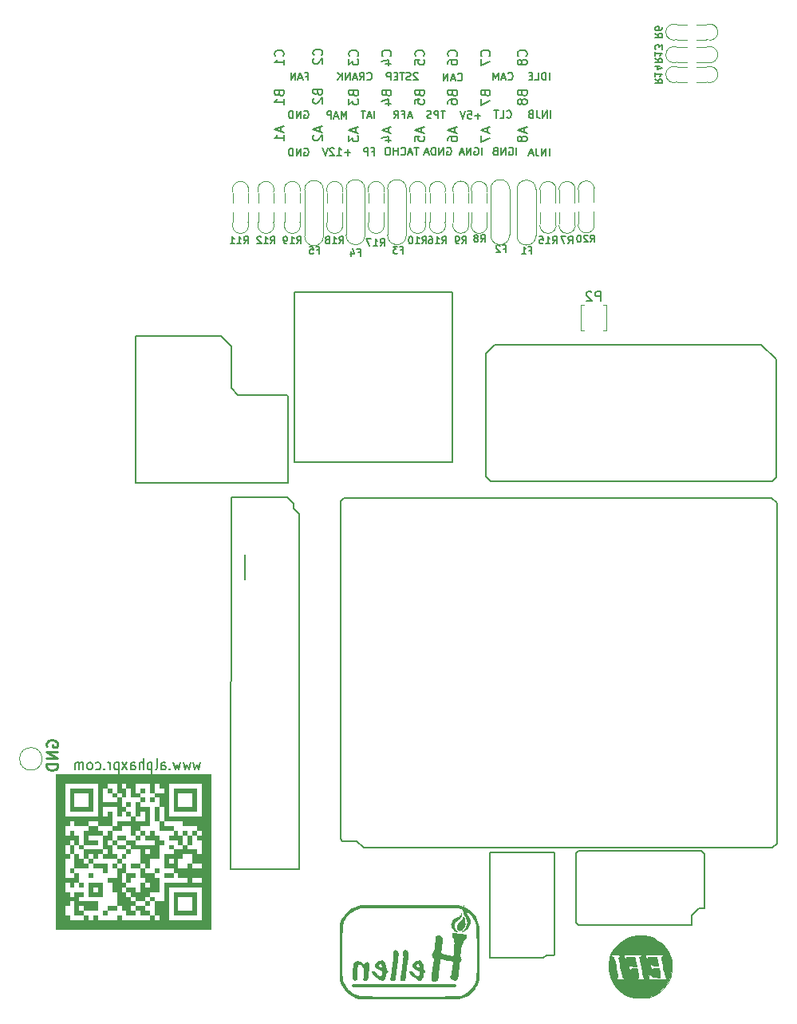
<source format=gbo>
G04 #@! TF.GenerationSoftware,KiCad,Pcbnew,(6.0.1)*
G04 #@! TF.CreationDate,2022-03-18T13:55:30+02:00*
G04 #@! TF.ProjectId,alphax_2ch,616c7068-6178-45f3-9263-682e6b696361,b*
G04 #@! TF.SameCoordinates,PX141f5e0PYa2cace0*
G04 #@! TF.FileFunction,Legend,Bot*
G04 #@! TF.FilePolarity,Positive*
%FSLAX46Y46*%
G04 Gerber Fmt 4.6, Leading zero omitted, Abs format (unit mm)*
G04 Created by KiCad (PCBNEW (6.0.1)) date 2022-03-18 13:55:30*
%MOMM*%
%LPD*%
G01*
G04 APERTURE LIST*
%ADD10C,0.250000*%
%ADD11C,0.170000*%
%ADD12C,0.200000*%
%ADD13C,0.130000*%
%ADD14C,0.127000*%
%ADD15C,0.150000*%
%ADD16C,0.099060*%
%ADD17C,0.120000*%
%ADD18C,0.002540*%
G04 APERTURE END LIST*
D10*
X3950000Y27614286D02*
X3892857Y27728572D01*
X3892857Y27900000D01*
X3950000Y28071429D01*
X4064285Y28185715D01*
X4178571Y28242858D01*
X4407142Y28300000D01*
X4578571Y28300000D01*
X4807142Y28242858D01*
X4921428Y28185715D01*
X5035714Y28071429D01*
X5092857Y27900000D01*
X5092857Y27785715D01*
X5035714Y27614286D01*
X4978571Y27557143D01*
X4578571Y27557143D01*
X4578571Y27785715D01*
X5092857Y27042858D02*
X3892857Y27042858D01*
X5092857Y26357143D01*
X3892857Y26357143D01*
X5092857Y25785715D02*
X3892857Y25785715D01*
X3892857Y25500000D01*
X3950000Y25328572D01*
X4064285Y25214286D01*
X4178571Y25157143D01*
X4407142Y25100000D01*
X4578571Y25100000D01*
X4807142Y25157143D01*
X4921428Y25214286D01*
X5035714Y25328572D01*
X5092857Y25500000D01*
X5092857Y25785715D01*
D11*
X53793786Y90361986D02*
X53793786Y91161986D01*
X52993786Y91123890D02*
X53069977Y91161986D01*
X53184262Y91161986D01*
X53298548Y91123890D01*
X53374739Y91047700D01*
X53412834Y90971510D01*
X53450929Y90819129D01*
X53450929Y90704843D01*
X53412834Y90552462D01*
X53374739Y90476271D01*
X53298548Y90400081D01*
X53184262Y90361986D01*
X53108072Y90361986D01*
X52993786Y90400081D01*
X52955691Y90438176D01*
X52955691Y90704843D01*
X53108072Y90704843D01*
X52612834Y90361986D02*
X52612834Y91161986D01*
X52155691Y90361986D01*
X52155691Y91161986D01*
X51508072Y90781033D02*
X51393786Y90742938D01*
X51355691Y90704843D01*
X51317596Y90628652D01*
X51317596Y90514367D01*
X51355691Y90438176D01*
X51393786Y90400081D01*
X51469977Y90361986D01*
X51774739Y90361986D01*
X51774739Y91161986D01*
X51508072Y91161986D01*
X51431881Y91123890D01*
X51393786Y91085795D01*
X51355691Y91009605D01*
X51355691Y90933414D01*
X51393786Y90857224D01*
X51431881Y90819129D01*
X51508072Y90781033D01*
X51774739Y90781033D01*
X37944244Y98369395D02*
X37982339Y98331300D01*
X38096625Y98293205D01*
X38172816Y98293205D01*
X38287101Y98331300D01*
X38363292Y98407490D01*
X38401387Y98483681D01*
X38439482Y98636062D01*
X38439482Y98750348D01*
X38401387Y98902729D01*
X38363292Y98978919D01*
X38287101Y99055109D01*
X38172816Y99093205D01*
X38096625Y99093205D01*
X37982339Y99055109D01*
X37944244Y99017014D01*
X37144244Y98293205D02*
X37410911Y98674157D01*
X37601387Y98293205D02*
X37601387Y99093205D01*
X37296625Y99093205D01*
X37220435Y99055109D01*
X37182339Y99017014D01*
X37144244Y98940824D01*
X37144244Y98826538D01*
X37182339Y98750348D01*
X37220435Y98712252D01*
X37296625Y98674157D01*
X37601387Y98674157D01*
X36839482Y98521776D02*
X36458530Y98521776D01*
X36915673Y98293205D02*
X36649006Y99093205D01*
X36382339Y98293205D01*
X36115673Y98293205D02*
X36115673Y99093205D01*
X35658530Y98293205D01*
X35658530Y99093205D01*
X35277578Y98293205D02*
X35277578Y99093205D01*
X34820435Y98293205D02*
X35163292Y98750348D01*
X34820435Y99093205D02*
X35277578Y98636062D01*
X57289025Y98328095D02*
X57289025Y99128095D01*
X56908072Y98328095D02*
X56908072Y99128095D01*
X56717596Y99128095D01*
X56603311Y99089999D01*
X56527120Y99013809D01*
X56489025Y98937619D01*
X56450930Y98785238D01*
X56450930Y98670952D01*
X56489025Y98518571D01*
X56527120Y98442380D01*
X56603311Y98366190D01*
X56717596Y98328095D01*
X56908072Y98328095D01*
X55727120Y98328095D02*
X56108072Y98328095D01*
X56108072Y99128095D01*
X55460453Y98747142D02*
X55193787Y98747142D01*
X55079501Y98328095D02*
X55460453Y98328095D01*
X55460453Y99128095D01*
X55079501Y99128095D01*
D12*
X20240476Y25957143D02*
X20050000Y25157143D01*
X19859523Y25728572D01*
X19669047Y25157143D01*
X19478571Y25957143D01*
X19192857Y25957143D02*
X19002380Y25157143D01*
X18811904Y25728572D01*
X18621428Y25157143D01*
X18430952Y25957143D01*
X18145238Y25957143D02*
X17954761Y25157143D01*
X17764285Y25728572D01*
X17573809Y25157143D01*
X17383333Y25957143D01*
X17002380Y25271429D02*
X16954761Y25214286D01*
X17002380Y25157143D01*
X17050000Y25214286D01*
X17002380Y25271429D01*
X17002380Y25157143D01*
X16097619Y25157143D02*
X16097619Y25785715D01*
X16145238Y25900000D01*
X16240476Y25957143D01*
X16430952Y25957143D01*
X16526190Y25900000D01*
X16097619Y25214286D02*
X16192857Y25157143D01*
X16430952Y25157143D01*
X16526190Y25214286D01*
X16573809Y25328572D01*
X16573809Y25442858D01*
X16526190Y25557143D01*
X16430952Y25614286D01*
X16192857Y25614286D01*
X16097619Y25671429D01*
X15478571Y25157143D02*
X15573809Y25214286D01*
X15621428Y25328572D01*
X15621428Y26357143D01*
X15097619Y25957143D02*
X15097619Y24757143D01*
X15097619Y25900000D02*
X15002380Y25957143D01*
X14811904Y25957143D01*
X14716666Y25900000D01*
X14669047Y25842858D01*
X14621428Y25728572D01*
X14621428Y25385715D01*
X14669047Y25271429D01*
X14716666Y25214286D01*
X14811904Y25157143D01*
X15002380Y25157143D01*
X15097619Y25214286D01*
X14192857Y25157143D02*
X14192857Y26357143D01*
X13764285Y25157143D02*
X13764285Y25785715D01*
X13811904Y25900000D01*
X13907142Y25957143D01*
X14050000Y25957143D01*
X14145238Y25900000D01*
X14192857Y25842858D01*
X12859523Y25157143D02*
X12859523Y25785715D01*
X12907142Y25900000D01*
X13002380Y25957143D01*
X13192857Y25957143D01*
X13288095Y25900000D01*
X12859523Y25214286D02*
X12954761Y25157143D01*
X13192857Y25157143D01*
X13288095Y25214286D01*
X13335714Y25328572D01*
X13335714Y25442858D01*
X13288095Y25557143D01*
X13192857Y25614286D01*
X12954761Y25614286D01*
X12859523Y25671429D01*
X12478571Y25157143D02*
X11954761Y25957143D01*
X12478571Y25957143D02*
X11954761Y25157143D01*
X11573809Y25957143D02*
X11573809Y24757143D01*
X11573809Y25900000D02*
X11478571Y25957143D01*
X11288095Y25957143D01*
X11192857Y25900000D01*
X11145238Y25842858D01*
X11097619Y25728572D01*
X11097619Y25385715D01*
X11145238Y25271429D01*
X11192857Y25214286D01*
X11288095Y25157143D01*
X11478571Y25157143D01*
X11573809Y25214286D01*
X10669047Y25157143D02*
X10669047Y25957143D01*
X10669047Y25728572D02*
X10621428Y25842858D01*
X10573809Y25900000D01*
X10478571Y25957143D01*
X10383333Y25957143D01*
X10050000Y25271429D02*
X10002380Y25214286D01*
X10050000Y25157143D01*
X10097619Y25214286D01*
X10050000Y25271429D01*
X10050000Y25157143D01*
X9145238Y25214286D02*
X9240476Y25157143D01*
X9430952Y25157143D01*
X9526190Y25214286D01*
X9573809Y25271429D01*
X9621428Y25385715D01*
X9621428Y25728572D01*
X9573809Y25842858D01*
X9526190Y25900000D01*
X9430952Y25957143D01*
X9240476Y25957143D01*
X9145238Y25900000D01*
X8573809Y25157143D02*
X8669047Y25214286D01*
X8716666Y25271429D01*
X8764285Y25385715D01*
X8764285Y25728572D01*
X8716666Y25842858D01*
X8669047Y25900000D01*
X8573809Y25957143D01*
X8430952Y25957143D01*
X8335714Y25900000D01*
X8288095Y25842858D01*
X8240476Y25728572D01*
X8240476Y25385715D01*
X8288095Y25271429D01*
X8335714Y25214286D01*
X8430952Y25157143D01*
X8573809Y25157143D01*
X7811904Y25157143D02*
X7811904Y25957143D01*
X7811904Y25842858D02*
X7764285Y25900000D01*
X7669047Y25957143D01*
X7526190Y25957143D01*
X7430952Y25900000D01*
X7383333Y25785715D01*
X7383333Y25157143D01*
X7383333Y25785715D02*
X7335714Y25900000D01*
X7240476Y25957143D01*
X7097619Y25957143D01*
X7002380Y25900000D01*
X6954761Y25785715D01*
X6954761Y25157143D01*
D11*
X46222449Y95045952D02*
X45765306Y95045952D01*
X45993878Y94245952D02*
X45993878Y95045952D01*
X45498640Y94245952D02*
X45498640Y95045952D01*
X45193878Y95045952D01*
X45117687Y95007856D01*
X45079592Y94969761D01*
X45041497Y94893571D01*
X45041497Y94779285D01*
X45079592Y94703095D01*
X45117687Y94664999D01*
X45193878Y94626904D01*
X45498640Y94626904D01*
X44736735Y94284047D02*
X44622449Y94245952D01*
X44431973Y94245952D01*
X44355783Y94284047D01*
X44317687Y94322142D01*
X44279592Y94398333D01*
X44279592Y94474523D01*
X44317687Y94550714D01*
X44355783Y94588809D01*
X44431973Y94626904D01*
X44584354Y94664999D01*
X44660545Y94703095D01*
X44698640Y94741190D01*
X44736735Y94817380D01*
X44736735Y94893571D01*
X44698640Y94969761D01*
X44660545Y95007856D01*
X44584354Y95045952D01*
X44393878Y95045952D01*
X44279592Y95007856D01*
X57304867Y90292205D02*
X57304867Y91092205D01*
X56923915Y90292205D02*
X56923915Y91092205D01*
X56466772Y90292205D01*
X56466772Y91092205D01*
X55857248Y91092205D02*
X55857248Y90520776D01*
X55895343Y90406490D01*
X55971534Y90330300D01*
X56085820Y90292205D01*
X56162010Y90292205D01*
X55514391Y90520776D02*
X55133439Y90520776D01*
X55590581Y90292205D02*
X55323915Y91092205D01*
X55057248Y90292205D01*
X47541497Y98299615D02*
X47579592Y98261520D01*
X47693878Y98223425D01*
X47770069Y98223425D01*
X47884354Y98261520D01*
X47960545Y98337710D01*
X47998640Y98413901D01*
X48036735Y98566282D01*
X48036735Y98680568D01*
X47998640Y98832949D01*
X47960545Y98909139D01*
X47884354Y98985329D01*
X47770069Y99023425D01*
X47693878Y99023425D01*
X47579592Y98985329D01*
X47541497Y98947234D01*
X47236735Y98451996D02*
X46855783Y98451996D01*
X47312926Y98223425D02*
X47046259Y99023425D01*
X46779592Y98223425D01*
X46512926Y98223425D02*
X46512926Y99023425D01*
X46055783Y98223425D01*
X46055783Y99023425D01*
X38450838Y90746142D02*
X38717504Y90746142D01*
X38717504Y90327095D02*
X38717504Y91127095D01*
X38336552Y91127095D01*
X38031790Y90327095D02*
X38031790Y91127095D01*
X37727028Y91127095D01*
X37650838Y91088999D01*
X37612743Y91050904D01*
X37574647Y90974714D01*
X37574647Y90860428D01*
X37612743Y90784238D01*
X37650838Y90746142D01*
X37727028Y90708047D01*
X38031790Y90708047D01*
X50142962Y90361986D02*
X50142962Y91161986D01*
X49342962Y91123890D02*
X49419153Y91161986D01*
X49533438Y91161986D01*
X49647724Y91123890D01*
X49723915Y91047700D01*
X49762010Y90971510D01*
X49800105Y90819129D01*
X49800105Y90704843D01*
X49762010Y90552462D01*
X49723915Y90476271D01*
X49647724Y90400081D01*
X49533438Y90361986D01*
X49457248Y90361986D01*
X49342962Y90400081D01*
X49304867Y90438176D01*
X49304867Y90704843D01*
X49457248Y90704843D01*
X48962010Y90361986D02*
X48962010Y91161986D01*
X48504867Y90361986D01*
X48504867Y91161986D01*
X48162010Y90590557D02*
X47781058Y90590557D01*
X48238200Y90361986D02*
X47971534Y91161986D01*
X47704867Y90361986D01*
X52746351Y94357032D02*
X52784446Y94318937D01*
X52898732Y94280842D01*
X52974922Y94280842D01*
X53089208Y94318937D01*
X53165399Y94395127D01*
X53203494Y94471318D01*
X53241589Y94623699D01*
X53241589Y94737985D01*
X53203494Y94890366D01*
X53165399Y94966556D01*
X53089208Y95042746D01*
X52974922Y95080842D01*
X52898732Y95080842D01*
X52784446Y95042746D01*
X52746351Y95004651D01*
X52022541Y94280842D02*
X52403494Y94280842D01*
X52403494Y95080842D01*
X51870160Y95080842D02*
X51413018Y95080842D01*
X51641589Y94280842D02*
X51641589Y95080842D01*
X31273273Y91054109D02*
X31349464Y91092205D01*
X31463750Y91092205D01*
X31578035Y91054109D01*
X31654226Y90977919D01*
X31692321Y90901729D01*
X31730416Y90749348D01*
X31730416Y90635062D01*
X31692321Y90482681D01*
X31654226Y90406490D01*
X31578035Y90330300D01*
X31463750Y90292205D01*
X31387559Y90292205D01*
X31273273Y90330300D01*
X31235178Y90368395D01*
X31235178Y90635062D01*
X31387559Y90635062D01*
X30892321Y90292205D02*
X30892321Y91092205D01*
X30435178Y90292205D01*
X30435178Y91092205D01*
X30054226Y90292205D02*
X30054226Y91092205D01*
X29863750Y91092205D01*
X29749464Y91054109D01*
X29673273Y90977919D01*
X29635178Y90901729D01*
X29597083Y90749348D01*
X29597083Y90635062D01*
X29635178Y90482681D01*
X29673273Y90406490D01*
X29749464Y90330300D01*
X29863750Y90292205D01*
X30054226Y90292205D01*
X31273273Y95031582D02*
X31349464Y95069678D01*
X31463750Y95069678D01*
X31578035Y95031582D01*
X31654226Y94955392D01*
X31692321Y94879202D01*
X31730416Y94726821D01*
X31730416Y94612535D01*
X31692321Y94460154D01*
X31654226Y94383963D01*
X31578035Y94307773D01*
X31463750Y94269678D01*
X31387559Y94269678D01*
X31273273Y94307773D01*
X31235178Y94345868D01*
X31235178Y94612535D01*
X31387559Y94612535D01*
X30892321Y94269678D02*
X30892321Y95069678D01*
X30435178Y94269678D01*
X30435178Y95069678D01*
X30054226Y94269678D02*
X30054226Y95069678D01*
X29863750Y95069678D01*
X29749464Y95031582D01*
X29673273Y94955392D01*
X29635178Y94879202D01*
X29597083Y94726821D01*
X29597083Y94612535D01*
X29635178Y94460154D01*
X29673273Y94383963D01*
X29749464Y94307773D01*
X29863750Y94269678D01*
X30054226Y94269678D01*
X57396900Y94280842D02*
X57396900Y95080842D01*
X57015948Y94280842D02*
X57015948Y95080842D01*
X56558805Y94280842D01*
X56558805Y95080842D01*
X55949281Y95080842D02*
X55949281Y94509413D01*
X55987376Y94395127D01*
X56063567Y94318937D01*
X56177852Y94280842D01*
X56254043Y94280842D01*
X55301662Y94699889D02*
X55187376Y94661794D01*
X55149281Y94623699D01*
X55111186Y94547508D01*
X55111186Y94433223D01*
X55149281Y94357032D01*
X55187376Y94318937D01*
X55263567Y94280842D01*
X55568329Y94280842D01*
X55568329Y95080842D01*
X55301662Y95080842D01*
X55225471Y95042746D01*
X55187376Y95004651D01*
X55149281Y94928461D01*
X55149281Y94852270D01*
X55187376Y94776080D01*
X55225471Y94737985D01*
X55301662Y94699889D01*
X55568329Y94699889D01*
X42657248Y94474523D02*
X42276295Y94474523D01*
X42733438Y94245952D02*
X42466772Y95045952D01*
X42200105Y94245952D01*
X41666772Y94664999D02*
X41933438Y94664999D01*
X41933438Y94245952D02*
X41933438Y95045952D01*
X41552486Y95045952D01*
X40790581Y94245952D02*
X41057248Y94626904D01*
X41247724Y94245952D02*
X41247724Y95045952D01*
X40942962Y95045952D01*
X40866772Y95007856D01*
X40828676Y94969761D01*
X40790581Y94893571D01*
X40790581Y94779285D01*
X40828676Y94703095D01*
X40866772Y94664999D01*
X40942962Y94626904D01*
X41247724Y94626904D01*
X43330325Y99017014D02*
X43292230Y99055109D01*
X43216039Y99093205D01*
X43025563Y99093205D01*
X42949373Y99055109D01*
X42911277Y99017014D01*
X42873182Y98940824D01*
X42873182Y98864633D01*
X42911277Y98750348D01*
X43368420Y98293205D01*
X42873182Y98293205D01*
X42568420Y98331300D02*
X42454135Y98293205D01*
X42263658Y98293205D01*
X42187468Y98331300D01*
X42149373Y98369395D01*
X42111277Y98445586D01*
X42111277Y98521776D01*
X42149373Y98597967D01*
X42187468Y98636062D01*
X42263658Y98674157D01*
X42416039Y98712252D01*
X42492230Y98750348D01*
X42530325Y98788443D01*
X42568420Y98864633D01*
X42568420Y98940824D01*
X42530325Y99017014D01*
X42492230Y99055109D01*
X42416039Y99093205D01*
X42225563Y99093205D01*
X42111277Y99055109D01*
X41882706Y99093205D02*
X41425563Y99093205D01*
X41654135Y98293205D02*
X41654135Y99093205D01*
X41158896Y98712252D02*
X40892230Y98712252D01*
X40777944Y98293205D02*
X41158896Y98293205D01*
X41158896Y99093205D01*
X40777944Y99093205D01*
X40435087Y98293205D02*
X40435087Y99093205D01*
X40130325Y99093205D01*
X40054135Y99055109D01*
X40016039Y99017014D01*
X39977944Y98940824D01*
X39977944Y98826538D01*
X40016039Y98750348D01*
X40054135Y98712252D01*
X40130325Y98674157D01*
X40435087Y98674157D01*
X52882888Y98369395D02*
X52920984Y98331300D01*
X53035269Y98293205D01*
X53111460Y98293205D01*
X53225746Y98331300D01*
X53301936Y98407490D01*
X53340031Y98483681D01*
X53378127Y98636062D01*
X53378127Y98750348D01*
X53340031Y98902729D01*
X53301936Y98978919D01*
X53225746Y99055109D01*
X53111460Y99093205D01*
X53035269Y99093205D01*
X52920984Y99055109D01*
X52882888Y99017014D01*
X52578127Y98521776D02*
X52197174Y98521776D01*
X52654317Y98293205D02*
X52387650Y99093205D01*
X52120984Y98293205D01*
X51854317Y98293205D02*
X51854317Y99093205D01*
X51587650Y98521776D01*
X51320984Y99093205D01*
X51320984Y98293205D01*
X31416040Y98712252D02*
X31682706Y98712252D01*
X31682706Y98293205D02*
X31682706Y99093205D01*
X31301754Y99093205D01*
X31035087Y98521776D02*
X30654135Y98521776D01*
X31111278Y98293205D02*
X30844611Y99093205D01*
X30577944Y98293205D01*
X30311278Y98293205D02*
X30311278Y99093205D01*
X29854135Y98293205D01*
X29854135Y99093205D01*
X46409537Y91123890D02*
X46485728Y91161986D01*
X46600014Y91161986D01*
X46714299Y91123890D01*
X46790490Y91047700D01*
X46828585Y90971510D01*
X46866680Y90819129D01*
X46866680Y90704843D01*
X46828585Y90552462D01*
X46790490Y90476271D01*
X46714299Y90400081D01*
X46600014Y90361986D01*
X46523823Y90361986D01*
X46409537Y90400081D01*
X46371442Y90438176D01*
X46371442Y90704843D01*
X46523823Y90704843D01*
X46028585Y90361986D02*
X46028585Y91161986D01*
X45571442Y90361986D01*
X45571442Y91161986D01*
X45190490Y90361986D02*
X45190490Y91161986D01*
X45000014Y91161986D01*
X44885728Y91123890D01*
X44809537Y91047700D01*
X44771442Y90971510D01*
X44733347Y90819129D01*
X44733347Y90704843D01*
X44771442Y90552462D01*
X44809537Y90476271D01*
X44885728Y90400081D01*
X45000014Y90361986D01*
X45190490Y90361986D01*
X44428585Y90590557D02*
X44047633Y90590557D01*
X44504776Y90361986D02*
X44238109Y91161986D01*
X43971442Y90361986D01*
X49974739Y94515824D02*
X49365215Y94515824D01*
X49669977Y94211062D02*
X49669977Y94820586D01*
X48603310Y95011062D02*
X48984263Y95011062D01*
X49022358Y94630109D01*
X48984263Y94668205D01*
X48908072Y94706300D01*
X48717596Y94706300D01*
X48641406Y94668205D01*
X48603310Y94630109D01*
X48565215Y94553919D01*
X48565215Y94363443D01*
X48603310Y94287252D01*
X48641406Y94249157D01*
X48717596Y94211062D01*
X48908072Y94211062D01*
X48984263Y94249157D01*
X49022358Y94287252D01*
X48336644Y95011062D02*
X48069977Y94211062D01*
X47803310Y95011062D01*
X35720526Y94211062D02*
X35720526Y95011062D01*
X35453860Y94439633D01*
X35187193Y95011062D01*
X35187193Y94211062D01*
X34844336Y94439633D02*
X34463383Y94439633D01*
X34920526Y94211062D02*
X34653860Y95011062D01*
X34387193Y94211062D01*
X34120526Y94211062D02*
X34120526Y95011062D01*
X33815764Y95011062D01*
X33739574Y94972966D01*
X33701479Y94934871D01*
X33663383Y94858681D01*
X33663383Y94744395D01*
X33701479Y94668205D01*
X33739574Y94630109D01*
X33815764Y94592014D01*
X34120526Y94592014D01*
X38708073Y94245952D02*
X38708073Y95045952D01*
X38365215Y94474523D02*
X37984263Y94474523D01*
X38441406Y94245952D02*
X38174739Y95045952D01*
X37908073Y94245952D01*
X37755692Y95045952D02*
X37298549Y95045952D01*
X37527120Y94245952D02*
X37527120Y95045952D01*
X36155416Y90631857D02*
X35545893Y90631857D01*
X35850654Y90327095D02*
X35850654Y90936619D01*
X34745893Y90327095D02*
X35203035Y90327095D01*
X34974464Y90327095D02*
X34974464Y91127095D01*
X35050654Y91012809D01*
X35126845Y90936619D01*
X35203035Y90898523D01*
X34441131Y91050904D02*
X34403035Y91088999D01*
X34326845Y91127095D01*
X34136369Y91127095D01*
X34060178Y91088999D01*
X34022083Y91050904D01*
X33983988Y90974714D01*
X33983988Y90898523D01*
X34022083Y90784238D01*
X34479226Y90327095D01*
X33983988Y90327095D01*
X33755416Y91127095D02*
X33488750Y90327095D01*
X33222083Y91127095D01*
X43393878Y91161986D02*
X42936735Y91161986D01*
X43165307Y90361986D02*
X43165307Y91161986D01*
X42708164Y90590557D02*
X42327212Y90590557D01*
X42784355Y90361986D02*
X42517688Y91161986D01*
X42251021Y90361986D01*
X41527212Y90438176D02*
X41565307Y90400081D01*
X41679593Y90361986D01*
X41755783Y90361986D01*
X41870069Y90400081D01*
X41946259Y90476271D01*
X41984355Y90552462D01*
X42022450Y90704843D01*
X42022450Y90819129D01*
X41984355Y90971510D01*
X41946259Y91047700D01*
X41870069Y91123890D01*
X41755783Y91161986D01*
X41679593Y91161986D01*
X41565307Y91123890D01*
X41527212Y91085795D01*
X41184355Y90361986D02*
X41184355Y91161986D01*
X41184355Y90781033D02*
X40727212Y90781033D01*
X40727212Y90361986D02*
X40727212Y91161986D01*
X40193878Y91161986D02*
X40041497Y91161986D01*
X39965307Y91123890D01*
X39889116Y91047700D01*
X39851021Y90895319D01*
X39851021Y90628652D01*
X39889116Y90476271D01*
X39965307Y90400081D01*
X40041497Y90361986D01*
X40193878Y90361986D01*
X40270069Y90400081D01*
X40346259Y90476271D01*
X40384355Y90628652D01*
X40384355Y90895319D01*
X40346259Y91047700D01*
X40270069Y91123890D01*
X40193878Y91161986D01*
D13*
G04 #@! TO.C,R8*
X49992467Y81135007D02*
X50242467Y81492150D01*
X50421038Y81135007D02*
X50421038Y81885007D01*
X50135324Y81885007D01*
X50063895Y81849292D01*
X50028181Y81813578D01*
X49992467Y81742150D01*
X49992467Y81635007D01*
X50028181Y81563578D01*
X50063895Y81527864D01*
X50135324Y81492150D01*
X50421038Y81492150D01*
X49563895Y81563578D02*
X49635324Y81599292D01*
X49671038Y81635007D01*
X49706752Y81706435D01*
X49706752Y81742150D01*
X49671038Y81813578D01*
X49635324Y81849292D01*
X49563895Y81885007D01*
X49421038Y81885007D01*
X49349609Y81849292D01*
X49313895Y81813578D01*
X49278181Y81742150D01*
X49278181Y81706435D01*
X49313895Y81635007D01*
X49349609Y81599292D01*
X49421038Y81563578D01*
X49563895Y81563578D01*
X49635324Y81527864D01*
X49671038Y81492150D01*
X49706752Y81420721D01*
X49706752Y81277864D01*
X49671038Y81206435D01*
X49635324Y81170721D01*
X49563895Y81135007D01*
X49421038Y81135007D01*
X49349609Y81170721D01*
X49313895Y81206435D01*
X49278181Y81277864D01*
X49278181Y81420721D01*
X49313895Y81492150D01*
X49349609Y81527864D01*
X49421038Y81563578D01*
D14*
G04 #@! TO.C,R9*
X48009571Y80978335D02*
X48263571Y81341192D01*
X48444999Y80978335D02*
X48444999Y81740335D01*
X48154713Y81740335D01*
X48082142Y81704049D01*
X48045856Y81667764D01*
X48009571Y81595192D01*
X48009571Y81486335D01*
X48045856Y81413764D01*
X48082142Y81377478D01*
X48154713Y81341192D01*
X48444999Y81341192D01*
X47646713Y80978335D02*
X47501571Y80978335D01*
X47428999Y81014621D01*
X47392713Y81050907D01*
X47320142Y81159764D01*
X47283856Y81304907D01*
X47283856Y81595192D01*
X47320142Y81667764D01*
X47356428Y81704049D01*
X47428999Y81740335D01*
X47574142Y81740335D01*
X47646713Y81704049D01*
X47682999Y81667764D01*
X47719285Y81595192D01*
X47719285Y81413764D01*
X47682999Y81341192D01*
X47646713Y81304907D01*
X47574142Y81268621D01*
X47428999Y81268621D01*
X47356428Y81304907D01*
X47320142Y81341192D01*
X47283856Y81413764D01*
G04 #@! TO.C,F4*
X36954000Y80054429D02*
X37208000Y80054429D01*
X37208000Y79655286D02*
X37208000Y80417286D01*
X36845142Y80417286D01*
X36228285Y80163286D02*
X36228285Y79655286D01*
X36409714Y80453572D02*
X36591142Y79909286D01*
X36119428Y79909286D01*
D11*
G04 #@! TO.C,P2*
X62696095Y74897620D02*
X62696095Y75897620D01*
X62315142Y75897620D01*
X62219904Y75850000D01*
X62172285Y75802381D01*
X62124666Y75707143D01*
X62124666Y75564286D01*
X62172285Y75469048D01*
X62219904Y75421429D01*
X62315142Y75373810D01*
X62696095Y75373810D01*
X61743714Y75802381D02*
X61696095Y75850000D01*
X61600857Y75897620D01*
X61362761Y75897620D01*
X61267523Y75850000D01*
X61219904Y75802381D01*
X61172285Y75707143D01*
X61172285Y75611905D01*
X61219904Y75469048D01*
X61791333Y74897620D01*
X61172285Y74897620D01*
D13*
G04 #@! TO.C,R11*
X24848142Y80952715D02*
X25098142Y81309858D01*
X25276714Y80952715D02*
X25276714Y81702715D01*
X24991000Y81702715D01*
X24919571Y81667000D01*
X24883857Y81631286D01*
X24848142Y81559858D01*
X24848142Y81452715D01*
X24883857Y81381286D01*
X24919571Y81345572D01*
X24991000Y81309858D01*
X25276714Y81309858D01*
X24133857Y80952715D02*
X24562428Y80952715D01*
X24348142Y80952715D02*
X24348142Y81702715D01*
X24419571Y81595572D01*
X24491000Y81524143D01*
X24562428Y81488429D01*
X23419571Y80952715D02*
X23848142Y80952715D01*
X23633857Y80952715D02*
X23633857Y81702715D01*
X23705285Y81595572D01*
X23776714Y81524143D01*
X23848142Y81488429D01*
G04 #@! TO.C,R6*
X68476714Y103275000D02*
X68833857Y103025000D01*
X68476714Y102846429D02*
X69226714Y102846429D01*
X69226714Y103132143D01*
X69191000Y103203572D01*
X69155285Y103239286D01*
X69083857Y103275000D01*
X68976714Y103275000D01*
X68905285Y103239286D01*
X68869571Y103203572D01*
X68833857Y103132143D01*
X68833857Y102846429D01*
X69226714Y103917858D02*
X69226714Y103775000D01*
X69191000Y103703572D01*
X69155285Y103667858D01*
X69048142Y103596429D01*
X68905285Y103560715D01*
X68619571Y103560715D01*
X68548142Y103596429D01*
X68512428Y103632143D01*
X68476714Y103703572D01*
X68476714Y103846429D01*
X68512428Y103917858D01*
X68548142Y103953572D01*
X68619571Y103989286D01*
X68798142Y103989286D01*
X68869571Y103953572D01*
X68905285Y103917858D01*
X68941000Y103846429D01*
X68941000Y103703572D01*
X68905285Y103632143D01*
X68869571Y103596429D01*
X68798142Y103560715D01*
G04 #@! TO.C,R17*
X39326142Y80698715D02*
X39576142Y81055858D01*
X39754714Y80698715D02*
X39754714Y81448715D01*
X39469000Y81448715D01*
X39397571Y81413000D01*
X39361857Y81377286D01*
X39326142Y81305858D01*
X39326142Y81198715D01*
X39361857Y81127286D01*
X39397571Y81091572D01*
X39469000Y81055858D01*
X39754714Y81055858D01*
X38611857Y80698715D02*
X39040428Y80698715D01*
X38826142Y80698715D02*
X38826142Y81448715D01*
X38897571Y81341572D01*
X38969000Y81270143D01*
X39040428Y81234429D01*
X38361857Y81448715D02*
X37861857Y81448715D01*
X38183285Y80698715D01*
G04 #@! TO.C,R16*
X45882142Y80952715D02*
X46132142Y81309858D01*
X46310714Y80952715D02*
X46310714Y81702715D01*
X46025000Y81702715D01*
X45953571Y81667000D01*
X45917857Y81631286D01*
X45882142Y81559858D01*
X45882142Y81452715D01*
X45917857Y81381286D01*
X45953571Y81345572D01*
X46025000Y81309858D01*
X46310714Y81309858D01*
X45167857Y80952715D02*
X45596428Y80952715D01*
X45382142Y80952715D02*
X45382142Y81702715D01*
X45453571Y81595572D01*
X45525000Y81524143D01*
X45596428Y81488429D01*
X44525000Y81702715D02*
X44667857Y81702715D01*
X44739285Y81667000D01*
X44775000Y81631286D01*
X44846428Y81524143D01*
X44882142Y81381286D01*
X44882142Y81095572D01*
X44846428Y81024143D01*
X44810714Y80988429D01*
X44739285Y80952715D01*
X44596428Y80952715D01*
X44525000Y80988429D01*
X44489285Y81024143D01*
X44453571Y81095572D01*
X44453571Y81274143D01*
X44489285Y81345572D01*
X44525000Y81381286D01*
X44596428Y81417000D01*
X44739285Y81417000D01*
X44810714Y81381286D01*
X44846428Y81345572D01*
X44882142Y81274143D01*
D14*
G04 #@! TO.C,R10*
X43789857Y80955286D02*
X44043857Y81318143D01*
X44225285Y80955286D02*
X44225285Y81717286D01*
X43935000Y81717286D01*
X43862428Y81681000D01*
X43826142Y81644715D01*
X43789857Y81572143D01*
X43789857Y81463286D01*
X43826142Y81390715D01*
X43862428Y81354429D01*
X43935000Y81318143D01*
X44225285Y81318143D01*
X43064142Y80955286D02*
X43499571Y80955286D01*
X43281857Y80955286D02*
X43281857Y81717286D01*
X43354428Y81608429D01*
X43427000Y81535858D01*
X43499571Y81499572D01*
X42592428Y81717286D02*
X42519857Y81717286D01*
X42447285Y81681000D01*
X42411000Y81644715D01*
X42374714Y81572143D01*
X42338428Y81427000D01*
X42338428Y81245572D01*
X42374714Y81100429D01*
X42411000Y81027858D01*
X42447285Y80991572D01*
X42519857Y80955286D01*
X42592428Y80955286D01*
X42665000Y80991572D01*
X42701285Y81027858D01*
X42737571Y81100429D01*
X42773857Y81245572D01*
X42773857Y81427000D01*
X42737571Y81572143D01*
X42701285Y81644715D01*
X42665000Y81681000D01*
X42592428Y81717286D01*
G04 #@! TO.C,R19*
X30489857Y80955286D02*
X30743857Y81318143D01*
X30925285Y80955286D02*
X30925285Y81717286D01*
X30635000Y81717286D01*
X30562428Y81681000D01*
X30526142Y81644715D01*
X30489857Y81572143D01*
X30489857Y81463286D01*
X30526142Y81390715D01*
X30562428Y81354429D01*
X30635000Y81318143D01*
X30925285Y81318143D01*
X29764142Y80955286D02*
X30199571Y80955286D01*
X29981857Y80955286D02*
X29981857Y81717286D01*
X30054428Y81608429D01*
X30127000Y81535858D01*
X30199571Y81499572D01*
X29401285Y80955286D02*
X29256142Y80955286D01*
X29183571Y80991572D01*
X29147285Y81027858D01*
X29074714Y81136715D01*
X29038428Y81281858D01*
X29038428Y81572143D01*
X29074714Y81644715D01*
X29111000Y81681000D01*
X29183571Y81717286D01*
X29328714Y81717286D01*
X29401285Y81681000D01*
X29437571Y81644715D01*
X29473857Y81572143D01*
X29473857Y81390715D01*
X29437571Y81318143D01*
X29401285Y81281858D01*
X29328714Y81245572D01*
X29183571Y81245572D01*
X29111000Y81281858D01*
X29074714Y81318143D01*
X29038428Y81390715D01*
G04 #@! TO.C,F1*
X55150000Y80254429D02*
X55404000Y80254429D01*
X55404000Y79855286D02*
X55404000Y80617286D01*
X55041142Y80617286D01*
X54351714Y79855286D02*
X54787142Y79855286D01*
X54569428Y79855286D02*
X54569428Y80617286D01*
X54642000Y80508429D01*
X54714571Y80435858D01*
X54787142Y80399572D01*
D13*
G04 #@! TO.C,R14*
X68476714Y98417858D02*
X68833857Y98167858D01*
X68476714Y97989286D02*
X69226714Y97989286D01*
X69226714Y98275000D01*
X69191000Y98346429D01*
X69155285Y98382143D01*
X69083857Y98417858D01*
X68976714Y98417858D01*
X68905285Y98382143D01*
X68869571Y98346429D01*
X68833857Y98275000D01*
X68833857Y97989286D01*
X68476714Y99132143D02*
X68476714Y98703572D01*
X68476714Y98917858D02*
X69226714Y98917858D01*
X69119571Y98846429D01*
X69048142Y98775000D01*
X69012428Y98703572D01*
X68976714Y99775000D02*
X68476714Y99775000D01*
X69262428Y99596429D02*
X68726714Y99417858D01*
X68726714Y99882143D01*
D14*
G04 #@! TO.C,F3*
X41504000Y80304429D02*
X41758000Y80304429D01*
X41758000Y79905286D02*
X41758000Y80667286D01*
X41395142Y80667286D01*
X41177428Y80667286D02*
X40705714Y80667286D01*
X40959714Y80377000D01*
X40850857Y80377000D01*
X40778285Y80340715D01*
X40742000Y80304429D01*
X40705714Y80231858D01*
X40705714Y80050429D01*
X40742000Y79977858D01*
X40778285Y79941572D01*
X40850857Y79905286D01*
X41068571Y79905286D01*
X41141142Y79941572D01*
X41177428Y79977858D01*
D13*
G04 #@! TO.C,R15*
X57614142Y80952715D02*
X57864142Y81309858D01*
X58042714Y80952715D02*
X58042714Y81702715D01*
X57757000Y81702715D01*
X57685571Y81667000D01*
X57649857Y81631286D01*
X57614142Y81559858D01*
X57614142Y81452715D01*
X57649857Y81381286D01*
X57685571Y81345572D01*
X57757000Y81309858D01*
X58042714Y81309858D01*
X56899857Y80952715D02*
X57328428Y80952715D01*
X57114142Y80952715D02*
X57114142Y81702715D01*
X57185571Y81595572D01*
X57257000Y81524143D01*
X57328428Y81488429D01*
X56221285Y81702715D02*
X56578428Y81702715D01*
X56614142Y81345572D01*
X56578428Y81381286D01*
X56507000Y81417000D01*
X56328428Y81417000D01*
X56257000Y81381286D01*
X56221285Y81345572D01*
X56185571Y81274143D01*
X56185571Y81095572D01*
X56221285Y81024143D01*
X56257000Y80988429D01*
X56328428Y80952715D01*
X56507000Y80952715D01*
X56578428Y80988429D01*
X56614142Y81024143D01*
D14*
G04 #@! TO.C,R7*
X59291000Y80955286D02*
X59545000Y81318143D01*
X59726428Y80955286D02*
X59726428Y81717286D01*
X59436142Y81717286D01*
X59363571Y81681000D01*
X59327285Y81644715D01*
X59291000Y81572143D01*
X59291000Y81463286D01*
X59327285Y81390715D01*
X59363571Y81354429D01*
X59436142Y81318143D01*
X59726428Y81318143D01*
X59037000Y81717286D02*
X58529000Y81717286D01*
X58855571Y80955286D01*
D13*
G04 #@! TO.C,R13*
X68476714Y100621858D02*
X68833857Y100371858D01*
X68476714Y100193286D02*
X69226714Y100193286D01*
X69226714Y100479000D01*
X69191000Y100550429D01*
X69155285Y100586143D01*
X69083857Y100621858D01*
X68976714Y100621858D01*
X68905285Y100586143D01*
X68869571Y100550429D01*
X68833857Y100479000D01*
X68833857Y100193286D01*
X68476714Y101336143D02*
X68476714Y100907572D01*
X68476714Y101121858D02*
X69226714Y101121858D01*
X69119571Y101050429D01*
X69048142Y100979000D01*
X69012428Y100907572D01*
X69226714Y101586143D02*
X69226714Y102050429D01*
X68941000Y101800429D01*
X68941000Y101907572D01*
X68905285Y101979000D01*
X68869571Y102014715D01*
X68798142Y102050429D01*
X68619571Y102050429D01*
X68548142Y102014715D01*
X68512428Y101979000D01*
X68476714Y101907572D01*
X68476714Y101693286D01*
X68512428Y101621858D01*
X68548142Y101586143D01*
G04 #@! TO.C,R20*
X61626093Y81107095D02*
X61876093Y81464238D01*
X62054665Y81107095D02*
X62054665Y81857095D01*
X61768951Y81857095D01*
X61697522Y81821380D01*
X61661808Y81785666D01*
X61626093Y81714238D01*
X61626093Y81607095D01*
X61661808Y81535666D01*
X61697522Y81499952D01*
X61768951Y81464238D01*
X62054665Y81464238D01*
X61340379Y81785666D02*
X61304665Y81821380D01*
X61233236Y81857095D01*
X61054665Y81857095D01*
X60983236Y81821380D01*
X60947522Y81785666D01*
X60911808Y81714238D01*
X60911808Y81642809D01*
X60947522Y81535666D01*
X61376093Y81107095D01*
X60911808Y81107095D01*
X60447522Y81857095D02*
X60376093Y81857095D01*
X60304665Y81821380D01*
X60268951Y81785666D01*
X60233236Y81714238D01*
X60197522Y81571380D01*
X60197522Y81392809D01*
X60233236Y81249952D01*
X60268951Y81178523D01*
X60304665Y81142809D01*
X60376093Y81107095D01*
X60447522Y81107095D01*
X60518951Y81142809D01*
X60554665Y81178523D01*
X60590379Y81249952D01*
X60626093Y81392809D01*
X60626093Y81571380D01*
X60590379Y81714238D01*
X60554665Y81785666D01*
X60518951Y81821380D01*
X60447522Y81857095D01*
D15*
G04 #@! TO.C,P1*
X40407142Y100865667D02*
X40454761Y100913286D01*
X40502380Y101056143D01*
X40502380Y101151381D01*
X40454761Y101294239D01*
X40359523Y101389477D01*
X40264285Y101437096D01*
X40073809Y101484715D01*
X39930952Y101484715D01*
X39740476Y101437096D01*
X39645238Y101389477D01*
X39550000Y101294239D01*
X39502380Y101151381D01*
X39502380Y101056143D01*
X39550000Y100913286D01*
X39597619Y100865667D01*
X39835714Y100008524D02*
X40502380Y100008524D01*
X39454761Y100246620D02*
X40169047Y100484715D01*
X40169047Y99865667D01*
X46978571Y96903762D02*
X47026190Y96760905D01*
X47073809Y96713286D01*
X47169047Y96665667D01*
X47311904Y96665667D01*
X47407142Y96713286D01*
X47454761Y96760905D01*
X47502380Y96856143D01*
X47502380Y97237096D01*
X46502380Y97237096D01*
X46502380Y96903762D01*
X46550000Y96808524D01*
X46597619Y96760905D01*
X46692857Y96713286D01*
X46788095Y96713286D01*
X46883333Y96760905D01*
X46930952Y96808524D01*
X46978571Y96903762D01*
X46978571Y97237096D01*
X46502380Y95808524D02*
X46502380Y95999000D01*
X46550000Y96094239D01*
X46597619Y96141858D01*
X46740476Y96237096D01*
X46930952Y96284715D01*
X47311904Y96284715D01*
X47407142Y96237096D01*
X47454761Y96189477D01*
X47502380Y96094239D01*
X47502380Y95903762D01*
X47454761Y95808524D01*
X47407142Y95760905D01*
X47311904Y95713286D01*
X47073809Y95713286D01*
X46978571Y95760905D01*
X46930952Y95808524D01*
X46883333Y95903762D01*
X46883333Y96094239D01*
X46930952Y96189477D01*
X46978571Y96237096D01*
X47073809Y96284715D01*
X32916666Y93313286D02*
X32916666Y92837096D01*
X33202380Y93408524D02*
X32202380Y93075191D01*
X33202380Y92741858D01*
X32297619Y92456143D02*
X32250000Y92408524D01*
X32202380Y92313286D01*
X32202380Y92075191D01*
X32250000Y91979953D01*
X32297619Y91932334D01*
X32392857Y91884715D01*
X32488095Y91884715D01*
X32630952Y91932334D01*
X33202380Y92503762D01*
X33202380Y91884715D01*
X50716666Y93213286D02*
X50716666Y92737096D01*
X51002380Y93308524D02*
X50002380Y92975191D01*
X51002380Y92641858D01*
X50002380Y92403762D02*
X50002380Y91737096D01*
X51002380Y92165667D01*
X33107142Y100965667D02*
X33154761Y101013286D01*
X33202380Y101156143D01*
X33202380Y101251381D01*
X33154761Y101394239D01*
X33059523Y101489477D01*
X32964285Y101537096D01*
X32773809Y101584715D01*
X32630952Y101584715D01*
X32440476Y101537096D01*
X32345238Y101489477D01*
X32250000Y101394239D01*
X32202380Y101251381D01*
X32202380Y101156143D01*
X32250000Y101013286D01*
X32297619Y100965667D01*
X32297619Y100584715D02*
X32250000Y100537096D01*
X32202380Y100441858D01*
X32202380Y100203762D01*
X32250000Y100108524D01*
X32297619Y100060905D01*
X32392857Y100013286D01*
X32488095Y100013286D01*
X32630952Y100060905D01*
X33202380Y100632334D01*
X33202380Y100013286D01*
X43716666Y93213286D02*
X43716666Y92737096D01*
X44002380Y93308524D02*
X43002380Y92975191D01*
X44002380Y92641858D01*
X43002380Y91832334D02*
X43002380Y92308524D01*
X43478571Y92356143D01*
X43430952Y92308524D01*
X43383333Y92213286D01*
X43383333Y91975191D01*
X43430952Y91879953D01*
X43478571Y91832334D01*
X43573809Y91784715D01*
X43811904Y91784715D01*
X43907142Y91832334D01*
X43954761Y91879953D01*
X44002380Y91975191D01*
X44002380Y92213286D01*
X43954761Y92308524D01*
X43907142Y92356143D01*
X43478571Y96903762D02*
X43526190Y96760905D01*
X43573809Y96713286D01*
X43669047Y96665667D01*
X43811904Y96665667D01*
X43907142Y96713286D01*
X43954761Y96760905D01*
X44002380Y96856143D01*
X44002380Y97237096D01*
X43002380Y97237096D01*
X43002380Y96903762D01*
X43050000Y96808524D01*
X43097619Y96760905D01*
X43192857Y96713286D01*
X43288095Y96713286D01*
X43383333Y96760905D01*
X43430952Y96808524D01*
X43478571Y96903762D01*
X43478571Y97237096D01*
X43002380Y95760905D02*
X43002380Y96237096D01*
X43478571Y96284715D01*
X43430952Y96237096D01*
X43383333Y96141858D01*
X43383333Y95903762D01*
X43430952Y95808524D01*
X43478571Y95760905D01*
X43573809Y95713286D01*
X43811904Y95713286D01*
X43907142Y95760905D01*
X43954761Y95808524D01*
X44002380Y95903762D01*
X44002380Y96141858D01*
X43954761Y96237096D01*
X43907142Y96284715D01*
X39978571Y96903762D02*
X40026190Y96760905D01*
X40073809Y96713286D01*
X40169047Y96665667D01*
X40311904Y96665667D01*
X40407142Y96713286D01*
X40454761Y96760905D01*
X40502380Y96856143D01*
X40502380Y97237096D01*
X39502380Y97237096D01*
X39502380Y96903762D01*
X39550000Y96808524D01*
X39597619Y96760905D01*
X39692857Y96713286D01*
X39788095Y96713286D01*
X39883333Y96760905D01*
X39930952Y96808524D01*
X39978571Y96903762D01*
X39978571Y97237096D01*
X39835714Y95808524D02*
X40502380Y95808524D01*
X39454761Y96046620D02*
X40169047Y96284715D01*
X40169047Y95665667D01*
X43907142Y100865667D02*
X43954761Y100913286D01*
X44002380Y101056143D01*
X44002380Y101151381D01*
X43954761Y101294239D01*
X43859523Y101389477D01*
X43764285Y101437096D01*
X43573809Y101484715D01*
X43430952Y101484715D01*
X43240476Y101437096D01*
X43145238Y101389477D01*
X43050000Y101294239D01*
X43002380Y101151381D01*
X43002380Y101056143D01*
X43050000Y100913286D01*
X43097619Y100865667D01*
X43002380Y99960905D02*
X43002380Y100437096D01*
X43478571Y100484715D01*
X43430952Y100437096D01*
X43383333Y100341858D01*
X43383333Y100103762D01*
X43430952Y100008524D01*
X43478571Y99960905D01*
X43573809Y99913286D01*
X43811904Y99913286D01*
X43907142Y99960905D01*
X43954761Y100008524D01*
X44002380Y100103762D01*
X44002380Y100341858D01*
X43954761Y100437096D01*
X43907142Y100484715D01*
X47216666Y93213286D02*
X47216666Y92737096D01*
X47502380Y93308524D02*
X46502380Y92975191D01*
X47502380Y92641858D01*
X46502380Y91879953D02*
X46502380Y92070429D01*
X46550000Y92165667D01*
X46597619Y92213286D01*
X46740476Y92308524D01*
X46930952Y92356143D01*
X47311904Y92356143D01*
X47407142Y92308524D01*
X47454761Y92260905D01*
X47502380Y92165667D01*
X47502380Y91975191D01*
X47454761Y91879953D01*
X47407142Y91832334D01*
X47311904Y91784715D01*
X47073809Y91784715D01*
X46978571Y91832334D01*
X46930952Y91879953D01*
X46883333Y91975191D01*
X46883333Y92165667D01*
X46930952Y92260905D01*
X46978571Y92308524D01*
X47073809Y92356143D01*
X54378571Y96903762D02*
X54426190Y96760905D01*
X54473809Y96713286D01*
X54569047Y96665667D01*
X54711904Y96665667D01*
X54807142Y96713286D01*
X54854761Y96760905D01*
X54902380Y96856143D01*
X54902380Y97237096D01*
X53902380Y97237096D01*
X53902380Y96903762D01*
X53950000Y96808524D01*
X53997619Y96760905D01*
X54092857Y96713286D01*
X54188095Y96713286D01*
X54283333Y96760905D01*
X54330952Y96808524D01*
X54378571Y96903762D01*
X54378571Y97237096D01*
X54330952Y96094239D02*
X54283333Y96189477D01*
X54235714Y96237096D01*
X54140476Y96284715D01*
X54092857Y96284715D01*
X53997619Y96237096D01*
X53950000Y96189477D01*
X53902380Y96094239D01*
X53902380Y95903762D01*
X53950000Y95808524D01*
X53997619Y95760905D01*
X54092857Y95713286D01*
X54140476Y95713286D01*
X54235714Y95760905D01*
X54283333Y95808524D01*
X54330952Y95903762D01*
X54330952Y96094239D01*
X54378571Y96189477D01*
X54426190Y96237096D01*
X54521428Y96284715D01*
X54711904Y96284715D01*
X54807142Y96237096D01*
X54854761Y96189477D01*
X54902380Y96094239D01*
X54902380Y95903762D01*
X54854761Y95808524D01*
X54807142Y95760905D01*
X54711904Y95713286D01*
X54521428Y95713286D01*
X54426190Y95760905D01*
X54378571Y95808524D01*
X54330952Y95903762D01*
X50907142Y100865667D02*
X50954761Y100913286D01*
X51002380Y101056143D01*
X51002380Y101151381D01*
X50954761Y101294239D01*
X50859523Y101389477D01*
X50764285Y101437096D01*
X50573809Y101484715D01*
X50430952Y101484715D01*
X50240476Y101437096D01*
X50145238Y101389477D01*
X50050000Y101294239D01*
X50002380Y101151381D01*
X50002380Y101056143D01*
X50050000Y100913286D01*
X50097619Y100865667D01*
X50002380Y100532334D02*
X50002380Y99865667D01*
X51002380Y100294239D01*
X29007142Y100865667D02*
X29054761Y100913286D01*
X29102380Y101056143D01*
X29102380Y101151381D01*
X29054761Y101294239D01*
X28959523Y101389477D01*
X28864285Y101437096D01*
X28673809Y101484715D01*
X28530952Y101484715D01*
X28340476Y101437096D01*
X28245238Y101389477D01*
X28150000Y101294239D01*
X28102380Y101151381D01*
X28102380Y101056143D01*
X28150000Y100913286D01*
X28197619Y100865667D01*
X29102380Y99913286D02*
X29102380Y100484715D01*
X29102380Y100199000D02*
X28102380Y100199000D01*
X28245238Y100294239D01*
X28340476Y100389477D01*
X28388095Y100484715D01*
X50478571Y96903762D02*
X50526190Y96760905D01*
X50573809Y96713286D01*
X50669047Y96665667D01*
X50811904Y96665667D01*
X50907142Y96713286D01*
X50954761Y96760905D01*
X51002380Y96856143D01*
X51002380Y97237096D01*
X50002380Y97237096D01*
X50002380Y96903762D01*
X50050000Y96808524D01*
X50097619Y96760905D01*
X50192857Y96713286D01*
X50288095Y96713286D01*
X50383333Y96760905D01*
X50430952Y96808524D01*
X50478571Y96903762D01*
X50478571Y97237096D01*
X50002380Y96332334D02*
X50002380Y95665667D01*
X51002380Y96094239D01*
X54807142Y100865667D02*
X54854761Y100913286D01*
X54902380Y101056143D01*
X54902380Y101151381D01*
X54854761Y101294239D01*
X54759523Y101389477D01*
X54664285Y101437096D01*
X54473809Y101484715D01*
X54330952Y101484715D01*
X54140476Y101437096D01*
X54045238Y101389477D01*
X53950000Y101294239D01*
X53902380Y101151381D01*
X53902380Y101056143D01*
X53950000Y100913286D01*
X53997619Y100865667D01*
X54330952Y100294239D02*
X54283333Y100389477D01*
X54235714Y100437096D01*
X54140476Y100484715D01*
X54092857Y100484715D01*
X53997619Y100437096D01*
X53950000Y100389477D01*
X53902380Y100294239D01*
X53902380Y100103762D01*
X53950000Y100008524D01*
X53997619Y99960905D01*
X54092857Y99913286D01*
X54140476Y99913286D01*
X54235714Y99960905D01*
X54283333Y100008524D01*
X54330952Y100103762D01*
X54330952Y100294239D01*
X54378571Y100389477D01*
X54426190Y100437096D01*
X54521428Y100484715D01*
X54711904Y100484715D01*
X54807142Y100437096D01*
X54854761Y100389477D01*
X54902380Y100294239D01*
X54902380Y100103762D01*
X54854761Y100008524D01*
X54807142Y99960905D01*
X54711904Y99913286D01*
X54521428Y99913286D01*
X54426190Y99960905D01*
X54378571Y100008524D01*
X54330952Y100103762D01*
X28816666Y93313286D02*
X28816666Y92837096D01*
X29102380Y93408524D02*
X28102380Y93075191D01*
X29102380Y92741858D01*
X29102380Y91884715D02*
X29102380Y92456143D01*
X29102380Y92170429D02*
X28102380Y92170429D01*
X28245238Y92265667D01*
X28340476Y92360905D01*
X28388095Y92456143D01*
X36478571Y96903762D02*
X36526190Y96760905D01*
X36573809Y96713286D01*
X36669047Y96665667D01*
X36811904Y96665667D01*
X36907142Y96713286D01*
X36954761Y96760905D01*
X37002380Y96856143D01*
X37002380Y97237096D01*
X36002380Y97237096D01*
X36002380Y96903762D01*
X36050000Y96808524D01*
X36097619Y96760905D01*
X36192857Y96713286D01*
X36288095Y96713286D01*
X36383333Y96760905D01*
X36430952Y96808524D01*
X36478571Y96903762D01*
X36478571Y97237096D01*
X36002380Y96332334D02*
X36002380Y95713286D01*
X36383333Y96046620D01*
X36383333Y95903762D01*
X36430952Y95808524D01*
X36478571Y95760905D01*
X36573809Y95713286D01*
X36811904Y95713286D01*
X36907142Y95760905D01*
X36954761Y95808524D01*
X37002380Y95903762D01*
X37002380Y96189477D01*
X36954761Y96284715D01*
X36907142Y96332334D01*
X36716666Y93213286D02*
X36716666Y92737096D01*
X37002380Y93308524D02*
X36002380Y92975191D01*
X37002380Y92641858D01*
X36002380Y92403762D02*
X36002380Y91784715D01*
X36383333Y92118048D01*
X36383333Y91975191D01*
X36430952Y91879953D01*
X36478571Y91832334D01*
X36573809Y91784715D01*
X36811904Y91784715D01*
X36907142Y91832334D01*
X36954761Y91879953D01*
X37002380Y91975191D01*
X37002380Y92260905D01*
X36954761Y92356143D01*
X36907142Y92403762D01*
X36907142Y100865667D02*
X36954761Y100913286D01*
X37002380Y101056143D01*
X37002380Y101151381D01*
X36954761Y101294239D01*
X36859523Y101389477D01*
X36764285Y101437096D01*
X36573809Y101484715D01*
X36430952Y101484715D01*
X36240476Y101437096D01*
X36145238Y101389477D01*
X36050000Y101294239D01*
X36002380Y101151381D01*
X36002380Y101056143D01*
X36050000Y100913286D01*
X36097619Y100865667D01*
X36002380Y100532334D02*
X36002380Y99913286D01*
X36383333Y100246620D01*
X36383333Y100103762D01*
X36430952Y100008524D01*
X36478571Y99960905D01*
X36573809Y99913286D01*
X36811904Y99913286D01*
X36907142Y99960905D01*
X36954761Y100008524D01*
X37002380Y100103762D01*
X37002380Y100389477D01*
X36954761Y100484715D01*
X36907142Y100532334D01*
X32678571Y97003762D02*
X32726190Y96860905D01*
X32773809Y96813286D01*
X32869047Y96765667D01*
X33011904Y96765667D01*
X33107142Y96813286D01*
X33154761Y96860905D01*
X33202380Y96956143D01*
X33202380Y97337096D01*
X32202380Y97337096D01*
X32202380Y97003762D01*
X32250000Y96908524D01*
X32297619Y96860905D01*
X32392857Y96813286D01*
X32488095Y96813286D01*
X32583333Y96860905D01*
X32630952Y96908524D01*
X32678571Y97003762D01*
X32678571Y97337096D01*
X32297619Y96384715D02*
X32250000Y96337096D01*
X32202380Y96241858D01*
X32202380Y96003762D01*
X32250000Y95908524D01*
X32297619Y95860905D01*
X32392857Y95813286D01*
X32488095Y95813286D01*
X32630952Y95860905D01*
X33202380Y96432334D01*
X33202380Y95813286D01*
X54616666Y93213286D02*
X54616666Y92737096D01*
X54902380Y93308524D02*
X53902380Y92975191D01*
X54902380Y92641858D01*
X54330952Y92165667D02*
X54283333Y92260905D01*
X54235714Y92308524D01*
X54140476Y92356143D01*
X54092857Y92356143D01*
X53997619Y92308524D01*
X53950000Y92260905D01*
X53902380Y92165667D01*
X53902380Y91975191D01*
X53950000Y91879953D01*
X53997619Y91832334D01*
X54092857Y91784715D01*
X54140476Y91784715D01*
X54235714Y91832334D01*
X54283333Y91879953D01*
X54330952Y91975191D01*
X54330952Y92165667D01*
X54378571Y92260905D01*
X54426190Y92308524D01*
X54521428Y92356143D01*
X54711904Y92356143D01*
X54807142Y92308524D01*
X54854761Y92260905D01*
X54902380Y92165667D01*
X54902380Y91975191D01*
X54854761Y91879953D01*
X54807142Y91832334D01*
X54711904Y91784715D01*
X54521428Y91784715D01*
X54426190Y91832334D01*
X54378571Y91879953D01*
X54330952Y91975191D01*
X40216666Y93213286D02*
X40216666Y92737096D01*
X40502380Y93308524D02*
X39502380Y92975191D01*
X40502380Y92641858D01*
X39835714Y91879953D02*
X40502380Y91879953D01*
X39454761Y92118048D02*
X40169047Y92356143D01*
X40169047Y91737096D01*
X28578571Y96903762D02*
X28626190Y96760905D01*
X28673809Y96713286D01*
X28769047Y96665667D01*
X28911904Y96665667D01*
X29007142Y96713286D01*
X29054761Y96760905D01*
X29102380Y96856143D01*
X29102380Y97237096D01*
X28102380Y97237096D01*
X28102380Y96903762D01*
X28150000Y96808524D01*
X28197619Y96760905D01*
X28292857Y96713286D01*
X28388095Y96713286D01*
X28483333Y96760905D01*
X28530952Y96808524D01*
X28578571Y96903762D01*
X28578571Y97237096D01*
X29102380Y95713286D02*
X29102380Y96284715D01*
X29102380Y95999000D02*
X28102380Y95999000D01*
X28245238Y96094239D01*
X28340476Y96189477D01*
X28388095Y96284715D01*
X47407142Y100865667D02*
X47454761Y100913286D01*
X47502380Y101056143D01*
X47502380Y101151381D01*
X47454761Y101294239D01*
X47359523Y101389477D01*
X47264285Y101437096D01*
X47073809Y101484715D01*
X46930952Y101484715D01*
X46740476Y101437096D01*
X46645238Y101389477D01*
X46550000Y101294239D01*
X46502380Y101151381D01*
X46502380Y101056143D01*
X46550000Y100913286D01*
X46597619Y100865667D01*
X46502380Y100008524D02*
X46502380Y100199000D01*
X46550000Y100294239D01*
X46597619Y100341858D01*
X46740476Y100437096D01*
X46930952Y100484715D01*
X47311904Y100484715D01*
X47407142Y100437096D01*
X47454761Y100389477D01*
X47502380Y100294239D01*
X47502380Y100103762D01*
X47454761Y100008524D01*
X47407142Y99960905D01*
X47311904Y99913286D01*
X47073809Y99913286D01*
X46978571Y99960905D01*
X46930952Y100008524D01*
X46883333Y100103762D01*
X46883333Y100294239D01*
X46930952Y100389477D01*
X46978571Y100437096D01*
X47073809Y100484715D01*
D13*
G04 #@! TO.C,R12*
X27682142Y80952715D02*
X27932142Y81309858D01*
X28110714Y80952715D02*
X28110714Y81702715D01*
X27825000Y81702715D01*
X27753571Y81667000D01*
X27717857Y81631286D01*
X27682142Y81559858D01*
X27682142Y81452715D01*
X27717857Y81381286D01*
X27753571Y81345572D01*
X27825000Y81309858D01*
X28110714Y81309858D01*
X26967857Y80952715D02*
X27396428Y80952715D01*
X27182142Y80952715D02*
X27182142Y81702715D01*
X27253571Y81595572D01*
X27325000Y81524143D01*
X27396428Y81488429D01*
X26682142Y81631286D02*
X26646428Y81667000D01*
X26575000Y81702715D01*
X26396428Y81702715D01*
X26325000Y81667000D01*
X26289285Y81631286D01*
X26253571Y81559858D01*
X26253571Y81488429D01*
X26289285Y81381286D01*
X26717857Y80952715D01*
X26253571Y80952715D01*
G04 #@! TO.C,R18*
X34982142Y80952715D02*
X35232142Y81309858D01*
X35410714Y80952715D02*
X35410714Y81702715D01*
X35125000Y81702715D01*
X35053571Y81667000D01*
X35017857Y81631286D01*
X34982142Y81559858D01*
X34982142Y81452715D01*
X35017857Y81381286D01*
X35053571Y81345572D01*
X35125000Y81309858D01*
X35410714Y81309858D01*
X34267857Y80952715D02*
X34696428Y80952715D01*
X34482142Y80952715D02*
X34482142Y81702715D01*
X34553571Y81595572D01*
X34625000Y81524143D01*
X34696428Y81488429D01*
X33839285Y81381286D02*
X33910714Y81417000D01*
X33946428Y81452715D01*
X33982142Y81524143D01*
X33982142Y81559858D01*
X33946428Y81631286D01*
X33910714Y81667000D01*
X33839285Y81702715D01*
X33696428Y81702715D01*
X33625000Y81667000D01*
X33589285Y81631286D01*
X33553571Y81559858D01*
X33553571Y81524143D01*
X33589285Y81452715D01*
X33625000Y81417000D01*
X33696428Y81381286D01*
X33839285Y81381286D01*
X33910714Y81345572D01*
X33946428Y81309858D01*
X33982142Y81238429D01*
X33982142Y81095572D01*
X33946428Y81024143D01*
X33910714Y80988429D01*
X33839285Y80952715D01*
X33696428Y80952715D01*
X33625000Y80988429D01*
X33589285Y81024143D01*
X33553571Y81095572D01*
X33553571Y81238429D01*
X33589285Y81309858D01*
X33625000Y81345572D01*
X33696428Y81381286D01*
D14*
G04 #@! TO.C,F5*
X32604000Y80304429D02*
X32858000Y80304429D01*
X32858000Y79905286D02*
X32858000Y80667286D01*
X32495142Y80667286D01*
X31842000Y80667286D02*
X32204857Y80667286D01*
X32241142Y80304429D01*
X32204857Y80340715D01*
X32132285Y80377000D01*
X31950857Y80377000D01*
X31878285Y80340715D01*
X31842000Y80304429D01*
X31805714Y80231858D01*
X31805714Y80050429D01*
X31842000Y79977858D01*
X31878285Y79941572D01*
X31950857Y79905286D01*
X32132285Y79905286D01*
X32204857Y79941572D01*
X32241142Y79977858D01*
G04 #@! TO.C,F2*
X52406000Y80404429D02*
X52660000Y80404429D01*
X52660000Y80005286D02*
X52660000Y80767286D01*
X52297142Y80767286D01*
X52043142Y80694715D02*
X52006857Y80731000D01*
X51934285Y80767286D01*
X51752857Y80767286D01*
X51680285Y80731000D01*
X51644000Y80694715D01*
X51607714Y80622143D01*
X51607714Y80549572D01*
X51644000Y80440715D01*
X52079428Y80005286D01*
X51607714Y80005286D01*
D12*
G04 #@! TO.C,M4*
X73400207Y16545110D02*
X73761855Y16183462D01*
X60338526Y16545110D02*
X60088527Y16295110D01*
X60338526Y16545110D02*
X73400207Y16545110D01*
X73761855Y16183462D02*
X73761855Y10445112D01*
X72413145Y9695111D02*
X72413145Y8695110D01*
X60338145Y8695110D02*
X72413145Y8695110D01*
X73163146Y10445112D02*
X72413145Y9695111D01*
X60088527Y8944729D02*
X60338145Y8695110D01*
X60088527Y16295110D02*
X60088527Y8944729D01*
X73163146Y10445112D02*
X73761855Y10445112D01*
D16*
G04 #@! TO.C,R8*
X50636417Y85309579D02*
X50636417Y86325579D01*
X49036417Y86325579D02*
X49036417Y85309579D01*
X50636417Y83277579D02*
X50636417Y84293579D01*
X49036417Y84293579D02*
X49036417Y83277579D01*
D17*
X49036417Y83226579D02*
G75*
G03*
X50638055Y83222579I800000J-330000D01*
G01*
X50639911Y86385181D02*
G75*
G03*
X49036417Y86376579I-803494J321398D01*
G01*
D16*
G04 #@! TO.C,R9*
X48682571Y83299049D02*
X48682571Y84315049D01*
X47082571Y86347049D02*
X47082571Y85331049D01*
X47082571Y84315049D02*
X47082571Y83299049D01*
X48682571Y85331049D02*
X48682571Y86347049D01*
D17*
X48686065Y86406651D02*
G75*
G03*
X47082571Y86398049I-803494J321398D01*
G01*
X47082571Y83248049D02*
G75*
G03*
X48684209Y83244049I800000J-330000D01*
G01*
G04 #@! TO.C,F4*
X37700000Y81900000D02*
X37700000Y86750000D01*
X35700000Y81900000D02*
X35700000Y86750000D01*
X35700000Y81850000D02*
G75*
G03*
X37700000Y81850000I1000000J0D01*
G01*
X37700000Y86750000D02*
G75*
G03*
X35700000Y86750000I-1000000J0D01*
G01*
D12*
G04 #@! TO.C,M5*
X79774998Y70229684D02*
X51445000Y70229684D01*
X51025000Y55754681D02*
X50525000Y56254681D01*
X81324998Y68679684D02*
X81324998Y56154683D01*
X80924993Y55754678D02*
X51025000Y55754681D01*
X81324998Y68679684D02*
X79774998Y70229684D01*
X81324998Y56154683D02*
X80924993Y55754678D01*
X50525000Y69304687D02*
X50525000Y56254681D01*
X51449998Y70229684D02*
X50525000Y69304687D01*
D17*
G04 #@! TO.C,P2*
X62982373Y74430000D02*
X63288000Y74430000D01*
X60933627Y71770000D02*
X60628000Y71770000D01*
X60922462Y74430000D02*
X60628000Y74430000D01*
X62993538Y71770000D02*
X63288000Y71770000D01*
X60628000Y71770000D02*
X60628000Y74430000D01*
X63288000Y74430000D02*
X63288000Y71770000D01*
D16*
G04 #@! TO.C,R11*
X25300000Y85308000D02*
X25300000Y86324000D01*
X23700000Y86324000D02*
X23700000Y85308000D01*
X23700000Y84292000D02*
X23700000Y83276000D01*
X25300000Y83276000D02*
X25300000Y84292000D01*
D17*
X23700000Y83225000D02*
G75*
G03*
X25301638Y83221000I800000J-330000D01*
G01*
X25303494Y86383602D02*
G75*
G03*
X23700000Y86375000I-803494J321398D01*
G01*
D16*
G04 #@! TO.C,R6*
X70876000Y102600000D02*
X71892000Y102600000D01*
X71892000Y104200000D02*
X70876000Y104200000D01*
X73924000Y104200000D02*
X72908000Y104200000D01*
X72908000Y102600000D02*
X73924000Y102600000D01*
D17*
X73975000Y102600000D02*
G75*
G03*
X73979000Y104201638I330000J800000D01*
G01*
X70816398Y104203494D02*
G75*
G03*
X70825000Y102600000I-321398J-803494D01*
G01*
D16*
G04 #@! TO.C,R17*
X39700000Y85308000D02*
X39700000Y86324000D01*
X38100000Y84292000D02*
X38100000Y83276000D01*
X38100000Y86324000D02*
X38100000Y85308000D01*
X39700000Y83276000D02*
X39700000Y84292000D01*
D17*
X39703494Y86383602D02*
G75*
G03*
X38100000Y86375000I-803494J321398D01*
G01*
X38100000Y83225000D02*
G75*
G03*
X39701638Y83221000I800000J-330000D01*
G01*
D16*
G04 #@! TO.C,R16*
X44600000Y84292000D02*
X44600000Y83276000D01*
X44600000Y86324000D02*
X44600000Y85308000D01*
X46200000Y85308000D02*
X46200000Y86324000D01*
X46200000Y83276000D02*
X46200000Y84292000D01*
D17*
X44600000Y83225000D02*
G75*
G03*
X46201638Y83221000I800000J-330000D01*
G01*
X46203494Y86383602D02*
G75*
G03*
X44600000Y86375000I-803494J321398D01*
G01*
D12*
G04 #@! TO.C,M7*
X57824540Y16362498D02*
X50931663Y16362498D01*
X50970510Y5187498D02*
X50931663Y16362498D01*
X57768337Y5462502D02*
X56943338Y5462502D01*
X56668332Y5187498D02*
X56943338Y5462502D01*
X56668332Y5187498D02*
X50970510Y5187498D01*
X57768337Y5462502D02*
X57818337Y5518704D01*
X57818337Y5518704D02*
X57818337Y16362498D01*
G04 #@! TO.C,M1*
X22416017Y71137889D02*
X13341016Y71137889D01*
X24240979Y64912925D02*
X23491016Y65662888D01*
X23491016Y70062890D02*
X22416017Y71137889D01*
X29516015Y64787891D02*
X29390981Y64912925D01*
X29390981Y64912925D02*
X24240979Y64912925D01*
X29516015Y55612888D02*
X13341016Y55612888D01*
X29516015Y64787891D02*
X29516015Y55612888D01*
X13341016Y71137889D02*
X13341016Y55612888D01*
X23491016Y70062890D02*
X23491016Y65662888D01*
G04 #@! TO.C,M3*
X47000000Y57750000D02*
X30250000Y57750000D01*
X30250000Y57750000D02*
X30250000Y75800000D01*
X30250000Y75800000D02*
X47000000Y75800000D01*
X47000000Y75800000D02*
X47000000Y57750000D01*
D16*
G04 #@! TO.C,R10*
X44100000Y83276000D02*
X44100000Y84292000D01*
X42500000Y86324000D02*
X42500000Y85308000D01*
X44100000Y85308000D02*
X44100000Y86324000D01*
X42500000Y84292000D02*
X42500000Y83276000D01*
D17*
X44103494Y86383602D02*
G75*
G03*
X42500000Y86375000I-803494J321398D01*
G01*
X42500000Y83225000D02*
G75*
G03*
X44101638Y83221000I800000J-330000D01*
G01*
D16*
G04 #@! TO.C,R19*
X29200000Y84292000D02*
X29200000Y83276000D01*
X30800000Y85308000D02*
X30800000Y86324000D01*
X30800000Y83276000D02*
X30800000Y84292000D01*
X29200000Y86324000D02*
X29200000Y85308000D01*
D17*
X29200000Y83225000D02*
G75*
G03*
X30801638Y83221000I800000J-330000D01*
G01*
X30803494Y86383602D02*
G75*
G03*
X29200000Y86375000I-803494J321398D01*
G01*
G04 #@! TO.C,F1*
X53846000Y81850000D02*
X53846000Y86700000D01*
X55846000Y81850000D02*
X55846000Y86700000D01*
X53846000Y81800000D02*
G75*
G03*
X55846000Y81800000I1000000J0D01*
G01*
X55846000Y86700000D02*
G75*
G03*
X53846000Y86700000I-1000000J0D01*
G01*
D16*
G04 #@! TO.C,R14*
X73924000Y99700000D02*
X72908000Y99700000D01*
X72908000Y98100000D02*
X73924000Y98100000D01*
X71892000Y99700000D02*
X70876000Y99700000D01*
X70876000Y98100000D02*
X71892000Y98100000D01*
D17*
X70825000Y99700000D02*
G75*
G03*
X70821000Y98098362I-330000J-800000D01*
G01*
X73983602Y98096506D02*
G75*
G03*
X73975000Y99700000I321398J803494D01*
G01*
G04 #@! TO.C,F3*
X40100000Y81900000D02*
X40100000Y86750000D01*
X42100000Y81900000D02*
X42100000Y86750000D01*
X40100000Y81850000D02*
G75*
G03*
X42100000Y81850000I1000000J0D01*
G01*
X42100000Y86750000D02*
G75*
G03*
X40100000Y86750000I-1000000J0D01*
G01*
D12*
G04 #@! TO.C,M6*
X80868412Y54002635D02*
X35455726Y54002630D01*
X80949867Y16853623D02*
X37562499Y16853623D01*
X35113299Y17777823D02*
X35113291Y53660195D01*
X35337499Y17553623D02*
X35113299Y17777823D01*
X37562499Y16853623D02*
X36862501Y17553623D01*
X36862501Y17553623D02*
X35337499Y17553623D01*
X35455726Y54002630D02*
X35113291Y53660195D01*
X81437504Y17341261D02*
X80949867Y16853623D01*
X81437504Y17341261D02*
X81437501Y53433546D01*
X81437501Y53433546D02*
X80868412Y54002635D01*
D16*
G04 #@! TO.C,R15*
X57932000Y85308000D02*
X57932000Y86324000D01*
X56332000Y84292000D02*
X56332000Y83276000D01*
X56332000Y86324000D02*
X56332000Y85308000D01*
X57932000Y83276000D02*
X57932000Y84292000D01*
D17*
X56332000Y83225000D02*
G75*
G03*
X57933638Y83221000I800000J-330000D01*
G01*
X57935494Y86383602D02*
G75*
G03*
X56332000Y86375000I-803494J321398D01*
G01*
D16*
G04 #@! TO.C,R7*
X58364000Y86324000D02*
X58364000Y85308000D01*
X58364000Y84292000D02*
X58364000Y83276000D01*
X59964000Y83276000D02*
X59964000Y84292000D01*
X59964000Y85308000D02*
X59964000Y86324000D01*
D17*
X59967494Y86383602D02*
G75*
G03*
X58364000Y86375000I-803494J321398D01*
G01*
X58364000Y83225000D02*
G75*
G03*
X59965638Y83221000I800000J-330000D01*
G01*
D16*
G04 #@! TO.C,R13*
X70876000Y100200000D02*
X71892000Y100200000D01*
X71892000Y101800000D02*
X70876000Y101800000D01*
X73924000Y101800000D02*
X72908000Y101800000D01*
X72908000Y100200000D02*
X73924000Y100200000D01*
D17*
X73975000Y100200000D02*
G75*
G03*
X73979000Y101801638I330000J800000D01*
G01*
X70816398Y101803494D02*
G75*
G03*
X70825000Y100200000I-321398J-803494D01*
G01*
D16*
G04 #@! TO.C,R20*
X60396000Y86372000D02*
X60396000Y85356000D01*
X61996000Y85356000D02*
X61996000Y86372000D01*
X61996000Y83324000D02*
X61996000Y84340000D01*
X60396000Y84340000D02*
X60396000Y83324000D01*
D17*
X60396000Y83273000D02*
G75*
G03*
X61997638Y83269000I800000J-330000D01*
G01*
X61999494Y86431602D02*
G75*
G03*
X60396000Y86423000I-803494J321398D01*
G01*
D12*
G04 #@! TO.C,M2*
X30712500Y52237497D02*
X30112499Y52837499D01*
X30112499Y53362491D02*
X29462493Y54012497D01*
X30712500Y14587499D02*
X23462680Y14587499D01*
X30112499Y52837499D02*
X30112499Y53362491D01*
X23462680Y14587499D02*
X23537158Y54012497D01*
X30712500Y14587499D02*
X30712500Y52237497D01*
X29462493Y54012497D02*
X23537158Y54012497D01*
X24987495Y45362502D02*
X24987495Y47987503D01*
D16*
G04 #@! TO.C,R12*
X26400000Y86324000D02*
X26400000Y85308000D01*
X28000000Y83276000D02*
X28000000Y84292000D01*
X26400000Y84292000D02*
X26400000Y83276000D01*
X28000000Y85308000D02*
X28000000Y86324000D01*
D17*
X26400000Y83225000D02*
G75*
G03*
X28001638Y83221000I800000J-330000D01*
G01*
X28003494Y86383602D02*
G75*
G03*
X26400000Y86375000I-803494J321398D01*
G01*
D16*
G04 #@! TO.C,R18*
X35300000Y85308000D02*
X35300000Y86324000D01*
X33700000Y86324000D02*
X33700000Y85308000D01*
X35300000Y83276000D02*
X35300000Y84292000D01*
X33700000Y84292000D02*
X33700000Y83276000D01*
D17*
X35303494Y86383602D02*
G75*
G03*
X33700000Y86375000I-803494J321398D01*
G01*
X33700000Y83225000D02*
G75*
G03*
X35301638Y83221000I800000J-330000D01*
G01*
G04 #@! TO.C,F5*
X31300000Y81800000D02*
X31300000Y86650000D01*
X33300000Y81800000D02*
X33300000Y86650000D01*
X31300000Y81750000D02*
G75*
G03*
X33300000Y81750000I1000000J0D01*
G01*
X33300000Y86650000D02*
G75*
G03*
X31300000Y86650000I-1000000J0D01*
G01*
G04 #@! TO.C,F2*
X53052000Y81900000D02*
X53052000Y86750000D01*
X51052000Y81900000D02*
X51052000Y86750000D01*
X53052000Y86750000D02*
G75*
G03*
X51052000Y86750000I-1000000J0D01*
G01*
X51052000Y81850000D02*
G75*
G03*
X53052000Y81850000I1000000J0D01*
G01*
D18*
G04 #@! TO.C,G2*
X63547200Y4596240D02*
X63549740Y3900280D01*
X63549740Y3900280D02*
X63704680Y3209400D01*
X63704680Y3209400D02*
X64004400Y2556620D01*
X64004400Y2556620D02*
X64433660Y1980040D01*
X64433660Y1980040D02*
X64586060Y1822560D01*
X64586060Y1822560D02*
X65099140Y1406000D01*
X65099140Y1406000D02*
X65624920Y1129140D01*
X65624920Y1129140D02*
X66211660Y974200D01*
X66211660Y974200D02*
X66773000Y925940D01*
X66773000Y925940D02*
X67367360Y931020D01*
X67367360Y931020D02*
X67827100Y999600D01*
X67827100Y999600D02*
X67956640Y1035160D01*
X67956640Y1035160D02*
X68634820Y1337420D01*
X68634820Y1337420D02*
X69221560Y1781920D01*
X69221560Y1781920D02*
X69719400Y2368660D01*
X69719400Y2368660D02*
X70008960Y2853800D01*
X70008960Y2853800D02*
X70115640Y3072240D01*
X70115640Y3072240D02*
X70184220Y3270360D01*
X70184220Y3270360D02*
X70222320Y3491340D01*
X70222320Y3491340D02*
X70240100Y3780900D01*
X70240100Y3780900D02*
X70245180Y4189840D01*
X70245180Y4189840D02*
X70245180Y4243180D01*
X70245180Y4243180D02*
X70240100Y4667360D01*
X70240100Y4667360D02*
X70224860Y4972160D01*
X70224860Y4972160D02*
X70186760Y5203300D01*
X70186760Y5203300D02*
X70120720Y5411580D01*
X70120720Y5411580D02*
X70016580Y5642720D01*
X70016580Y5642720D02*
X70001340Y5668120D01*
X70001340Y5668120D02*
X69668600Y6196440D01*
X69668600Y6196440D02*
X69216480Y6694280D01*
X69216480Y6694280D02*
X68698320Y7105760D01*
X68698320Y7105760D02*
X68375740Y7293720D01*
X68375740Y7293720D02*
X68136980Y7402940D01*
X68136980Y7402940D02*
X67931240Y7476600D01*
X67931240Y7476600D02*
X67705180Y7517240D01*
X67705180Y7517240D02*
X67415620Y7537560D01*
X67415620Y7537560D02*
X67009220Y7542640D01*
X67009220Y7542640D02*
X66940640Y7542640D01*
X66940640Y7542640D02*
X66521540Y7540100D01*
X66521540Y7540100D02*
X66219280Y7524860D01*
X66219280Y7524860D02*
X65990680Y7489300D01*
X65990680Y7489300D02*
X65782400Y7423260D01*
X65782400Y7423260D02*
X65546180Y7316580D01*
X65546180Y7316580D02*
X65459820Y7273400D01*
X65459820Y7273400D02*
X64923880Y6935580D01*
X64923880Y6935580D02*
X64420960Y6488540D01*
X64420960Y6488540D02*
X64012020Y5983080D01*
X64012020Y5983080D02*
X63943440Y5871320D01*
X63943440Y5871320D02*
X63752940Y5553820D01*
X63752940Y5553820D02*
X64260940Y5553820D01*
X64260940Y5553820D02*
X64573360Y5541120D01*
X64573360Y5541120D02*
X64751160Y5495400D01*
X64751160Y5495400D02*
X64814660Y5429360D01*
X64814660Y5429360D02*
X64799420Y5320140D01*
X64799420Y5320140D02*
X64728300Y5302360D01*
X64728300Y5302360D02*
X64636860Y5259180D01*
X64636860Y5259180D02*
X64634320Y5106780D01*
X64634320Y5106780D02*
X64641940Y5068680D01*
X64641940Y5068680D02*
X64677500Y4885800D01*
X64677500Y4885800D02*
X64730840Y4586080D01*
X64730840Y4586080D02*
X64799420Y4217780D01*
X64799420Y4217780D02*
X64837520Y3996800D01*
X64837520Y3996800D02*
X64916260Y3595480D01*
X64916260Y3595480D02*
X64984840Y3333860D01*
X64984840Y3333860D02*
X65053420Y3184000D01*
X65053420Y3184000D02*
X65129620Y3123040D01*
X65129620Y3123040D02*
X65139780Y3120500D01*
X65139780Y3120500D02*
X65152480Y3115420D01*
X65152480Y3115420D02*
X65152480Y5553820D01*
X65152480Y5553820D02*
X66110060Y5553820D01*
X66110060Y5553820D02*
X66534240Y5551280D01*
X66534240Y5551280D02*
X66816180Y5538580D01*
X66816180Y5538580D02*
X66981280Y5513180D01*
X66981280Y5513180D02*
X67054940Y5472540D01*
X67054940Y5472540D02*
X67070180Y5426820D01*
X67070180Y5426820D02*
X67001600Y5315060D01*
X67001600Y5315060D02*
X66943180Y5299820D01*
X66943180Y5299820D02*
X66884760Y5304900D01*
X66884760Y5304900D02*
X66846660Y5297280D01*
X66846660Y5297280D02*
X66831420Y5254100D01*
X66831420Y5254100D02*
X66839040Y5149960D01*
X66839040Y5149960D02*
X66874600Y4954380D01*
X66874600Y4954380D02*
X66935560Y4647040D01*
X66935560Y4647040D02*
X67027000Y4200000D01*
X67027000Y4200000D02*
X67108280Y3803760D01*
X67108280Y3803760D02*
X67174320Y3471020D01*
X67174320Y3471020D02*
X67220040Y3237340D01*
X67220040Y3237340D02*
X67237820Y3133200D01*
X67237820Y3133200D02*
X67237820Y3130660D01*
X67237820Y3130660D02*
X67308940Y3102720D01*
X67308940Y3102720D02*
X67364820Y3100180D01*
X67364820Y3100180D02*
X67438480Y3072240D01*
X67438480Y3072240D02*
X67438480Y5553820D01*
X67438480Y5553820D02*
X68396060Y5553820D01*
X68396060Y5553820D02*
X68820240Y5551280D01*
X68820240Y5551280D02*
X69102180Y5538580D01*
X69102180Y5538580D02*
X69267280Y5513180D01*
X69267280Y5513180D02*
X69340940Y5472540D01*
X69340940Y5472540D02*
X69356180Y5426820D01*
X69356180Y5426820D02*
X69287600Y5317600D01*
X69287600Y5317600D02*
X69224100Y5299820D01*
X69224100Y5299820D02*
X69127580Y5243940D01*
X69127580Y5243940D02*
X69132660Y5152500D01*
X69132660Y5152500D02*
X69165680Y5012800D01*
X69165680Y5012800D02*
X69224100Y4746100D01*
X69224100Y4746100D02*
X69295220Y4395580D01*
X69295220Y4395580D02*
X69363800Y4052680D01*
X69363800Y4052680D02*
X69465400Y3575160D01*
X69465400Y3575160D02*
X69556840Y3260200D01*
X69556840Y3260200D02*
X69633040Y3112880D01*
X69633040Y3112880D02*
X69658440Y3100180D01*
X69658440Y3100180D02*
X69798140Y3041760D01*
X69798140Y3041760D02*
X69821000Y3013820D01*
X69821000Y3013820D02*
X69765120Y2975720D01*
X69765120Y2975720D02*
X69549220Y2947780D01*
X69549220Y2947780D02*
X69178380Y2932540D01*
X69178380Y2932540D02*
X68853260Y2930000D01*
X68853260Y2930000D02*
X67832180Y2930000D01*
X67832180Y2930000D02*
X67832180Y3184000D01*
X67832180Y3184000D02*
X67870280Y3387200D01*
X67870280Y3387200D02*
X67959180Y3438000D01*
X67959180Y3438000D02*
X68070940Y3374500D01*
X68070940Y3374500D02*
X68086180Y3318620D01*
X68086180Y3318620D02*
X68159840Y3250040D01*
X68159840Y3250040D02*
X68345260Y3181460D01*
X68345260Y3181460D02*
X68578940Y3128120D01*
X68578940Y3128120D02*
X68805000Y3100180D01*
X68805000Y3100180D02*
X68962480Y3112880D01*
X68962480Y3112880D02*
X68990420Y3130660D01*
X68990420Y3130660D02*
X69005660Y3232260D01*
X69005660Y3232260D02*
X68998040Y3450700D01*
X68998040Y3450700D02*
X68977720Y3646280D01*
X68977720Y3646280D02*
X68919300Y4116180D01*
X68919300Y4116180D02*
X68586560Y4116180D01*
X68586560Y4116180D02*
X68378280Y4095860D01*
X68378280Y4095860D02*
X68261440Y4042520D01*
X68261440Y4042520D02*
X68253820Y4024740D01*
X68253820Y4024740D02*
X68220800Y3940920D01*
X68220800Y3940920D02*
X68144600Y3976480D01*
X68144600Y3976480D02*
X68055700Y4095860D01*
X68055700Y4095860D02*
X67992200Y4268580D01*
X67992200Y4268580D02*
X67992200Y4271120D01*
X67992200Y4271120D02*
X67974420Y4464160D01*
X67974420Y4464160D02*
X68030300Y4537820D01*
X68030300Y4537820D02*
X68053160Y4537820D01*
X68053160Y4537820D02*
X68159840Y4489560D01*
X68159840Y4489560D02*
X68170000Y4454000D01*
X68170000Y4454000D02*
X68246200Y4400660D01*
X68246200Y4400660D02*
X68431620Y4370180D01*
X68431620Y4370180D02*
X68495120Y4370180D01*
X68495120Y4370180D02*
X68817700Y4370180D01*
X68817700Y4370180D02*
X68733880Y4835000D01*
X68733880Y4835000D02*
X68650060Y5302360D01*
X68650060Y5302360D02*
X68147140Y5299820D01*
X68147140Y5299820D02*
X67865200Y5294740D01*
X67865200Y5294740D02*
X67720420Y5266800D01*
X67720420Y5266800D02*
X67684860Y5208380D01*
X67684860Y5208380D02*
X67692480Y5172820D01*
X67692480Y5172820D02*
X67682320Y5063600D01*
X67682320Y5063600D02*
X67626440Y5045820D01*
X67626440Y5045820D02*
X67535000Y5122020D01*
X67535000Y5122020D02*
X67476580Y5297280D01*
X67476580Y5297280D02*
X67474040Y5299820D01*
X67474040Y5299820D02*
X67438480Y5553820D01*
X67438480Y5553820D02*
X67438480Y3072240D01*
X67438480Y3072240D02*
X67479120Y3054460D01*
X67479120Y3054460D02*
X67491820Y3013820D01*
X67491820Y3013820D02*
X67415620Y2970640D01*
X67415620Y2970640D02*
X67214960Y2940160D01*
X67214960Y2940160D02*
X66983820Y2930000D01*
X66983820Y2930000D02*
X66714580Y2942700D01*
X66714580Y2942700D02*
X66531700Y2975720D01*
X66531700Y2975720D02*
X66475820Y3013820D01*
X66475820Y3013820D02*
X66546940Y3087480D01*
X66546940Y3087480D02*
X66612980Y3100180D01*
X66612980Y3100180D02*
X66694260Y3125580D01*
X66694260Y3125580D02*
X66719660Y3232260D01*
X66719660Y3232260D02*
X66696800Y3458320D01*
X66696800Y3458320D02*
X66691720Y3491340D01*
X66691720Y3491340D02*
X66646000Y3752960D01*
X66646000Y3752960D02*
X66602820Y3951080D01*
X66602820Y3951080D02*
X66587580Y3999340D01*
X66587580Y3999340D02*
X66491060Y4070460D01*
X66491060Y4070460D02*
X66315800Y4111100D01*
X66315800Y4111100D02*
X66125300Y4111100D01*
X66125300Y4111100D02*
X65993220Y4073000D01*
X65993220Y4073000D02*
X65967820Y4029820D01*
X65967820Y4029820D02*
X65927180Y3940920D01*
X65927180Y3940920D02*
X65833200Y3958700D01*
X65833200Y3958700D02*
X65734140Y4062840D01*
X65734140Y4062840D02*
X65690960Y4179680D01*
X65690960Y4179680D02*
X65670640Y4393040D01*
X65670640Y4393040D02*
X65721440Y4454000D01*
X65721440Y4454000D02*
X65817960Y4385420D01*
X65817960Y4385420D02*
X65967820Y4316840D01*
X65967820Y4316840D02*
X66191340Y4286360D01*
X66191340Y4286360D02*
X66209120Y4283820D01*
X66209120Y4283820D02*
X66498680Y4283820D01*
X66498680Y4283820D02*
X66440260Y4725780D01*
X66440260Y4725780D02*
X66399620Y4987400D01*
X66399620Y4987400D02*
X66358980Y5177900D01*
X66358980Y5177900D02*
X66341200Y5233780D01*
X66341200Y5233780D02*
X66239600Y5269340D01*
X66239600Y5269340D02*
X66021160Y5294740D01*
X66021160Y5294740D02*
X65828120Y5299820D01*
X65828120Y5299820D02*
X65558880Y5292200D01*
X65558880Y5292200D02*
X65426800Y5261720D01*
X65426800Y5261720D02*
X65398860Y5200760D01*
X65398860Y5200760D02*
X65406480Y5175360D01*
X65406480Y5175360D02*
X65396320Y5063600D01*
X65396320Y5063600D02*
X65340440Y5045820D01*
X65340440Y5045820D02*
X65249000Y5122020D01*
X65249000Y5122020D02*
X65190580Y5297280D01*
X65190580Y5297280D02*
X65188040Y5299820D01*
X65188040Y5299820D02*
X65152480Y5553820D01*
X65152480Y5553820D02*
X65152480Y3115420D01*
X65152480Y3115420D02*
X65284560Y3059540D01*
X65284560Y3059540D02*
X65276940Y3001120D01*
X65276940Y3001120D02*
X65137240Y2955400D01*
X65137240Y2955400D02*
X64880700Y2932540D01*
X64880700Y2932540D02*
X64784180Y2930000D01*
X64784180Y2930000D02*
X64512400Y2942700D01*
X64512400Y2942700D02*
X64329520Y2975720D01*
X64329520Y2975720D02*
X64276180Y3013820D01*
X64276180Y3013820D02*
X64344760Y3090020D01*
X64344760Y3090020D02*
X64403180Y3100180D01*
X64403180Y3100180D02*
X64464140Y3105260D01*
X64464140Y3105260D02*
X64502240Y3135740D01*
X64502240Y3135740D02*
X64512400Y3217020D01*
X64512400Y3217020D02*
X64497160Y3377040D01*
X64497160Y3377040D02*
X64453980Y3638660D01*
X64453980Y3638660D02*
X64377780Y4027280D01*
X64377780Y4027280D02*
X64326980Y4281280D01*
X64326980Y4281280D02*
X64222840Y4763880D01*
X64222840Y4763880D02*
X64126320Y5094080D01*
X64126320Y5094080D02*
X64045040Y5264260D01*
X64045040Y5264260D02*
X64014560Y5287120D01*
X64014560Y5287120D02*
X63867240Y5381100D01*
X63867240Y5381100D02*
X63836760Y5416660D01*
X63836760Y5416660D02*
X63773260Y5424280D01*
X63773260Y5424280D02*
X63699600Y5292200D01*
X63699600Y5292200D02*
X63625940Y5050900D01*
X63625940Y5050900D02*
X63564980Y4733400D01*
X63564980Y4733400D02*
X63547200Y4596240D01*
X63547200Y4596240D02*
X63547200Y4596240D01*
G36*
X65129620Y3123040D02*
G01*
X65053420Y3184000D01*
X64984840Y3333860D01*
X64916260Y3595480D01*
X64837520Y3996800D01*
X64799420Y4217780D01*
X64730840Y4586080D01*
X64677500Y4885800D01*
X64641940Y5068680D01*
X64634320Y5106780D01*
X64636860Y5259180D01*
X64728300Y5302360D01*
X64799420Y5320140D01*
X64814660Y5429360D01*
X64751160Y5495400D01*
X64573360Y5541120D01*
X64260940Y5553820D01*
X65152480Y5553820D01*
X65188040Y5299820D01*
X65190580Y5297280D01*
X65249000Y5122020D01*
X65340440Y5045820D01*
X65396320Y5063600D01*
X65406480Y5175360D01*
X65398860Y5200760D01*
X65426800Y5261720D01*
X65558880Y5292200D01*
X65828120Y5299820D01*
X66021160Y5294740D01*
X66239600Y5269340D01*
X66341200Y5233780D01*
X66358980Y5177900D01*
X66399620Y4987400D01*
X66440260Y4725780D01*
X66498680Y4283820D01*
X66209120Y4283820D01*
X66191340Y4286360D01*
X65967820Y4316840D01*
X65817960Y4385420D01*
X65721440Y4454000D01*
X65670640Y4393040D01*
X65690960Y4179680D01*
X65734140Y4062840D01*
X65833200Y3958700D01*
X65927180Y3940920D01*
X65967820Y4029820D01*
X65993220Y4073000D01*
X66125300Y4111100D01*
X66315800Y4111100D01*
X66491060Y4070460D01*
X66587580Y3999340D01*
X66602820Y3951080D01*
X66646000Y3752960D01*
X66691720Y3491340D01*
X66696800Y3458320D01*
X66719660Y3232260D01*
X66694260Y3125580D01*
X66612980Y3100180D01*
X66546940Y3087480D01*
X66475820Y3013820D01*
X66531700Y2975720D01*
X66714580Y2942700D01*
X66983820Y2930000D01*
X67214960Y2940160D01*
X67415620Y2970640D01*
X67491820Y3013820D01*
X67479120Y3054460D01*
X67438480Y3072240D01*
X67364820Y3100180D01*
X67308940Y3102720D01*
X67237820Y3130660D01*
X67237820Y3133200D01*
X67220040Y3237340D01*
X67174320Y3471020D01*
X67108280Y3803760D01*
X67027000Y4200000D01*
X66935560Y4647040D01*
X66874600Y4954380D01*
X66839040Y5149960D01*
X66831420Y5254100D01*
X66846660Y5297280D01*
X66884760Y5304900D01*
X66943180Y5299820D01*
X67001600Y5315060D01*
X67070180Y5426820D01*
X67054940Y5472540D01*
X66981280Y5513180D01*
X66816180Y5538580D01*
X66534240Y5551280D01*
X66110060Y5553820D01*
X67438480Y5553820D01*
X67474040Y5299820D01*
X67476580Y5297280D01*
X67535000Y5122020D01*
X67626440Y5045820D01*
X67682320Y5063600D01*
X67692480Y5172820D01*
X67684860Y5208380D01*
X67720420Y5266800D01*
X67865200Y5294740D01*
X68147140Y5299820D01*
X68650060Y5302360D01*
X68733880Y4835000D01*
X68817700Y4370180D01*
X68431620Y4370180D01*
X68246200Y4400660D01*
X68170000Y4454000D01*
X68159840Y4489560D01*
X68053160Y4537820D01*
X68030300Y4537820D01*
X67974420Y4464160D01*
X67992200Y4271120D01*
X67992200Y4268580D01*
X68055700Y4095860D01*
X68144600Y3976480D01*
X68220800Y3940920D01*
X68253820Y4024740D01*
X68261440Y4042520D01*
X68378280Y4095860D01*
X68586560Y4116180D01*
X68919300Y4116180D01*
X68977720Y3646280D01*
X68998040Y3450700D01*
X69005660Y3232260D01*
X68990420Y3130660D01*
X68962480Y3112880D01*
X68805000Y3100180D01*
X68578940Y3128120D01*
X68345260Y3181460D01*
X68159840Y3250040D01*
X68086180Y3318620D01*
X68070940Y3374500D01*
X67959180Y3438000D01*
X67870280Y3387200D01*
X67832180Y3184000D01*
X67832180Y2930000D01*
X68853260Y2930000D01*
X69178380Y2932540D01*
X69549220Y2947780D01*
X69765120Y2975720D01*
X69821000Y3013820D01*
X69798140Y3041760D01*
X69658440Y3100180D01*
X69633040Y3112880D01*
X69556840Y3260200D01*
X69465400Y3575160D01*
X69363800Y4052680D01*
X69295220Y4395580D01*
X69224100Y4746100D01*
X69165680Y5012800D01*
X69132660Y5152500D01*
X69127580Y5243940D01*
X69224100Y5299820D01*
X69287600Y5317600D01*
X69356180Y5426820D01*
X69340940Y5472540D01*
X69267280Y5513180D01*
X69102180Y5538580D01*
X68820240Y5551280D01*
X68396060Y5553820D01*
X67438480Y5553820D01*
X66110060Y5553820D01*
X65152480Y5553820D01*
X64260940Y5553820D01*
X63752940Y5553820D01*
X63943440Y5871320D01*
X64012020Y5983080D01*
X64420960Y6488540D01*
X64923880Y6935580D01*
X65459820Y7273400D01*
X65546180Y7316580D01*
X65782400Y7423260D01*
X65990680Y7489300D01*
X66219280Y7524860D01*
X66521540Y7540100D01*
X66940640Y7542640D01*
X67009220Y7542640D01*
X67415620Y7537560D01*
X67705180Y7517240D01*
X67931240Y7476600D01*
X68136980Y7402940D01*
X68375740Y7293720D01*
X68698320Y7105760D01*
X69216480Y6694280D01*
X69668600Y6196440D01*
X70001340Y5668120D01*
X70016580Y5642720D01*
X70120720Y5411580D01*
X70186760Y5203300D01*
X70224860Y4972160D01*
X70240100Y4667360D01*
X70245180Y4243180D01*
X70245180Y4189840D01*
X70240100Y3780900D01*
X70222320Y3491340D01*
X70184220Y3270360D01*
X70115640Y3072240D01*
X70008960Y2853800D01*
X69719400Y2368660D01*
X69221560Y1781920D01*
X68634820Y1337420D01*
X67956640Y1035160D01*
X67827100Y999600D01*
X67367360Y931020D01*
X66773000Y925940D01*
X66211660Y974200D01*
X65624920Y1129140D01*
X65099140Y1406000D01*
X64586060Y1822560D01*
X64433660Y1980040D01*
X64004400Y2556620D01*
X63704680Y3209400D01*
X63549740Y3900280D01*
X63547200Y4596240D01*
X63564980Y4733400D01*
X63625940Y5050900D01*
X63699600Y5292200D01*
X63773260Y5424280D01*
X63836760Y5416660D01*
X63867240Y5381100D01*
X64014560Y5287120D01*
X64045040Y5264260D01*
X64126320Y5094080D01*
X64222840Y4763880D01*
X64326980Y4281280D01*
X64377780Y4027280D01*
X64453980Y3638660D01*
X64497160Y3377040D01*
X64512400Y3217020D01*
X64502240Y3135740D01*
X64464140Y3105260D01*
X64403180Y3100180D01*
X64344760Y3090020D01*
X64276180Y3013820D01*
X64329520Y2975720D01*
X64512400Y2942700D01*
X64784180Y2930000D01*
X64880700Y2932540D01*
X65137240Y2955400D01*
X65276940Y3001120D01*
X65284560Y3059540D01*
X65152480Y3115420D01*
X65139780Y3120500D01*
X65129620Y3123040D01*
G37*
X65129620Y3123040D02*
X65053420Y3184000D01*
X64984840Y3333860D01*
X64916260Y3595480D01*
X64837520Y3996800D01*
X64799420Y4217780D01*
X64730840Y4586080D01*
X64677500Y4885800D01*
X64641940Y5068680D01*
X64634320Y5106780D01*
X64636860Y5259180D01*
X64728300Y5302360D01*
X64799420Y5320140D01*
X64814660Y5429360D01*
X64751160Y5495400D01*
X64573360Y5541120D01*
X64260940Y5553820D01*
X65152480Y5553820D01*
X65188040Y5299820D01*
X65190580Y5297280D01*
X65249000Y5122020D01*
X65340440Y5045820D01*
X65396320Y5063600D01*
X65406480Y5175360D01*
X65398860Y5200760D01*
X65426800Y5261720D01*
X65558880Y5292200D01*
X65828120Y5299820D01*
X66021160Y5294740D01*
X66239600Y5269340D01*
X66341200Y5233780D01*
X66358980Y5177900D01*
X66399620Y4987400D01*
X66440260Y4725780D01*
X66498680Y4283820D01*
X66209120Y4283820D01*
X66191340Y4286360D01*
X65967820Y4316840D01*
X65817960Y4385420D01*
X65721440Y4454000D01*
X65670640Y4393040D01*
X65690960Y4179680D01*
X65734140Y4062840D01*
X65833200Y3958700D01*
X65927180Y3940920D01*
X65967820Y4029820D01*
X65993220Y4073000D01*
X66125300Y4111100D01*
X66315800Y4111100D01*
X66491060Y4070460D01*
X66587580Y3999340D01*
X66602820Y3951080D01*
X66646000Y3752960D01*
X66691720Y3491340D01*
X66696800Y3458320D01*
X66719660Y3232260D01*
X66694260Y3125580D01*
X66612980Y3100180D01*
X66546940Y3087480D01*
X66475820Y3013820D01*
X66531700Y2975720D01*
X66714580Y2942700D01*
X66983820Y2930000D01*
X67214960Y2940160D01*
X67415620Y2970640D01*
X67491820Y3013820D01*
X67479120Y3054460D01*
X67438480Y3072240D01*
X67364820Y3100180D01*
X67308940Y3102720D01*
X67237820Y3130660D01*
X67237820Y3133200D01*
X67220040Y3237340D01*
X67174320Y3471020D01*
X67108280Y3803760D01*
X67027000Y4200000D01*
X66935560Y4647040D01*
X66874600Y4954380D01*
X66839040Y5149960D01*
X66831420Y5254100D01*
X66846660Y5297280D01*
X66884760Y5304900D01*
X66943180Y5299820D01*
X67001600Y5315060D01*
X67070180Y5426820D01*
X67054940Y5472540D01*
X66981280Y5513180D01*
X66816180Y5538580D01*
X66534240Y5551280D01*
X66110060Y5553820D01*
X67438480Y5553820D01*
X67474040Y5299820D01*
X67476580Y5297280D01*
X67535000Y5122020D01*
X67626440Y5045820D01*
X67682320Y5063600D01*
X67692480Y5172820D01*
X67684860Y5208380D01*
X67720420Y5266800D01*
X67865200Y5294740D01*
X68147140Y5299820D01*
X68650060Y5302360D01*
X68733880Y4835000D01*
X68817700Y4370180D01*
X68431620Y4370180D01*
X68246200Y4400660D01*
X68170000Y4454000D01*
X68159840Y4489560D01*
X68053160Y4537820D01*
X68030300Y4537820D01*
X67974420Y4464160D01*
X67992200Y4271120D01*
X67992200Y4268580D01*
X68055700Y4095860D01*
X68144600Y3976480D01*
X68220800Y3940920D01*
X68253820Y4024740D01*
X68261440Y4042520D01*
X68378280Y4095860D01*
X68586560Y4116180D01*
X68919300Y4116180D01*
X68977720Y3646280D01*
X68998040Y3450700D01*
X69005660Y3232260D01*
X68990420Y3130660D01*
X68962480Y3112880D01*
X68805000Y3100180D01*
X68578940Y3128120D01*
X68345260Y3181460D01*
X68159840Y3250040D01*
X68086180Y3318620D01*
X68070940Y3374500D01*
X67959180Y3438000D01*
X67870280Y3387200D01*
X67832180Y3184000D01*
X67832180Y2930000D01*
X68853260Y2930000D01*
X69178380Y2932540D01*
X69549220Y2947780D01*
X69765120Y2975720D01*
X69821000Y3013820D01*
X69798140Y3041760D01*
X69658440Y3100180D01*
X69633040Y3112880D01*
X69556840Y3260200D01*
X69465400Y3575160D01*
X69363800Y4052680D01*
X69295220Y4395580D01*
X69224100Y4746100D01*
X69165680Y5012800D01*
X69132660Y5152500D01*
X69127580Y5243940D01*
X69224100Y5299820D01*
X69287600Y5317600D01*
X69356180Y5426820D01*
X69340940Y5472540D01*
X69267280Y5513180D01*
X69102180Y5538580D01*
X68820240Y5551280D01*
X68396060Y5553820D01*
X67438480Y5553820D01*
X66110060Y5553820D01*
X65152480Y5553820D01*
X64260940Y5553820D01*
X63752940Y5553820D01*
X63943440Y5871320D01*
X64012020Y5983080D01*
X64420960Y6488540D01*
X64923880Y6935580D01*
X65459820Y7273400D01*
X65546180Y7316580D01*
X65782400Y7423260D01*
X65990680Y7489300D01*
X66219280Y7524860D01*
X66521540Y7540100D01*
X66940640Y7542640D01*
X67009220Y7542640D01*
X67415620Y7537560D01*
X67705180Y7517240D01*
X67931240Y7476600D01*
X68136980Y7402940D01*
X68375740Y7293720D01*
X68698320Y7105760D01*
X69216480Y6694280D01*
X69668600Y6196440D01*
X70001340Y5668120D01*
X70016580Y5642720D01*
X70120720Y5411580D01*
X70186760Y5203300D01*
X70224860Y4972160D01*
X70240100Y4667360D01*
X70245180Y4243180D01*
X70245180Y4189840D01*
X70240100Y3780900D01*
X70222320Y3491340D01*
X70184220Y3270360D01*
X70115640Y3072240D01*
X70008960Y2853800D01*
X69719400Y2368660D01*
X69221560Y1781920D01*
X68634820Y1337420D01*
X67956640Y1035160D01*
X67827100Y999600D01*
X67367360Y931020D01*
X66773000Y925940D01*
X66211660Y974200D01*
X65624920Y1129140D01*
X65099140Y1406000D01*
X64586060Y1822560D01*
X64433660Y1980040D01*
X64004400Y2556620D01*
X63704680Y3209400D01*
X63549740Y3900280D01*
X63547200Y4596240D01*
X63564980Y4733400D01*
X63625940Y5050900D01*
X63699600Y5292200D01*
X63773260Y5424280D01*
X63836760Y5416660D01*
X63867240Y5381100D01*
X64014560Y5287120D01*
X64045040Y5264260D01*
X64126320Y5094080D01*
X64222840Y4763880D01*
X64326980Y4281280D01*
X64377780Y4027280D01*
X64453980Y3638660D01*
X64497160Y3377040D01*
X64512400Y3217020D01*
X64502240Y3135740D01*
X64464140Y3105260D01*
X64403180Y3100180D01*
X64344760Y3090020D01*
X64276180Y3013820D01*
X64329520Y2975720D01*
X64512400Y2942700D01*
X64784180Y2930000D01*
X64880700Y2932540D01*
X65137240Y2955400D01*
X65276940Y3001120D01*
X65284560Y3059540D01*
X65152480Y3115420D01*
X65139780Y3120500D01*
X65129620Y3123040D01*
G04 #@! TO.C,G\u002A\u002A\u002A*
G36*
X17392790Y16678164D02*
G01*
X16892462Y16678164D01*
X16892462Y17178492D01*
X17392790Y17178492D01*
X17392790Y16678164D01*
G37*
G36*
X4884583Y8172583D02*
G01*
X4884583Y9673568D01*
X5885239Y9673568D01*
X6385568Y9673568D01*
X6385568Y9173239D01*
X7886552Y9173239D01*
X7886552Y9673568D01*
X6885896Y9673568D01*
X6885896Y11174552D01*
X6385568Y11174552D01*
X6385568Y10674224D01*
X5885239Y10674224D01*
X5885239Y9673568D01*
X4884583Y9673568D01*
X4884583Y12175209D01*
X5885239Y12175209D01*
X6385568Y12175209D01*
X6385568Y11674881D01*
X6885896Y11674881D01*
X6885896Y12175209D01*
X7886552Y12175209D01*
X7886552Y11674881D01*
X7386224Y11674881D01*
X7386224Y11174552D01*
X9387537Y11174552D01*
X9387537Y10173896D01*
X7886552Y10173896D01*
X7886552Y10674224D01*
X7386224Y10674224D01*
X7386224Y10173896D01*
X7886552Y10173896D01*
X7886552Y9673568D01*
X8386881Y9673568D01*
X8386881Y9173239D01*
X8887209Y9173239D01*
X8887209Y9673568D01*
X9387537Y9673568D01*
X9387537Y9173239D01*
X11388851Y9173239D01*
X11388851Y9673568D01*
X11889179Y9673568D01*
X11889179Y9173239D01*
X14891149Y9173239D01*
X15391477Y9173239D01*
X20394760Y9173239D01*
X20394760Y12675537D01*
X16892462Y12675537D01*
X16892462Y9173239D01*
X15891805Y9173239D01*
X15891805Y9673568D01*
X15391477Y9673568D01*
X15391477Y9173239D01*
X14891149Y9173239D01*
X14891149Y9673568D01*
X15391477Y9673568D01*
X15391477Y11174552D01*
X16392134Y11174552D01*
X16392134Y13175866D01*
X18893775Y13175866D01*
X19394103Y13175866D01*
X20394760Y13175866D01*
X20394760Y13676194D01*
X19394103Y13676194D01*
X19394103Y13175866D01*
X18893775Y13175866D01*
X18893775Y13676194D01*
X17893118Y13676194D01*
X17893118Y14176522D01*
X17392790Y14176522D01*
X17392790Y14676851D01*
X17893118Y14676851D01*
X18893775Y14676851D01*
X19394103Y14676851D01*
X20394760Y14676851D01*
X20394760Y15177179D01*
X19394103Y15177179D01*
X19394103Y14676851D01*
X18893775Y14676851D01*
X18893775Y15177179D01*
X19394103Y15177179D01*
X19394103Y16177835D01*
X18393447Y16177835D01*
X18393447Y15677507D01*
X17893118Y15677507D01*
X17893118Y14676851D01*
X17392790Y14676851D01*
X16392134Y14676851D01*
X16392134Y15177179D01*
X16892462Y15177179D01*
X17392790Y15177179D01*
X17392790Y15677507D01*
X16892462Y15677507D01*
X16892462Y15177179D01*
X16392134Y15177179D01*
X16392134Y16177835D01*
X17392790Y16177835D01*
X17392790Y16678164D01*
X18393447Y16678164D01*
X18393447Y17178492D01*
X18893775Y17178492D01*
X18893775Y16678164D01*
X19894432Y16678164D01*
X19894432Y16177835D01*
X20394760Y16177835D01*
X20394760Y17678820D01*
X19894432Y17678820D01*
X19894432Y18179149D01*
X20394760Y18179149D01*
X20394760Y18679477D01*
X19894432Y18679477D01*
X19894432Y19179805D01*
X18393447Y19179805D01*
X18393447Y19680134D01*
X16392134Y19680134D01*
X16392134Y20180462D01*
X16892462Y20180462D01*
X20394760Y20180462D01*
X20394760Y23682760D01*
X16892462Y23682760D01*
X16892462Y20180462D01*
X16392134Y20180462D01*
X16392134Y21181118D01*
X15891805Y21181118D01*
X15891805Y22181775D01*
X15391477Y22181775D01*
X15391477Y22682103D01*
X16392134Y22682103D01*
X16392134Y23182432D01*
X15891805Y23182432D01*
X15891805Y23682760D01*
X15391477Y23682760D01*
X15391477Y22682103D01*
X14891149Y22682103D01*
X14891149Y23682760D01*
X13390164Y23682760D01*
X13390164Y22682103D01*
X13890492Y22682103D01*
X13890492Y22181775D01*
X12889835Y22181775D01*
X12889835Y23182432D01*
X12389507Y23182432D01*
X12389507Y23682760D01*
X11889179Y23682760D01*
X11889179Y23182432D01*
X12389507Y23182432D01*
X12389507Y22181775D01*
X11889179Y22181775D01*
X11889179Y22682103D01*
X11388851Y22682103D01*
X11388851Y23682760D01*
X10388194Y23682760D01*
X10388194Y23182432D01*
X9887866Y23182432D01*
X9887866Y21681447D01*
X11388851Y21681447D01*
X11388851Y22181775D01*
X11889179Y22181775D01*
X11889179Y21181118D01*
X12389507Y21181118D01*
X12389507Y20680790D01*
X11889179Y20680790D01*
X11889179Y20180462D01*
X11388851Y20180462D01*
X11388851Y21181118D01*
X9887866Y21181118D01*
X9887866Y20180462D01*
X10388194Y20180462D01*
X10388194Y20680790D01*
X10888522Y20680790D01*
X10888522Y19179805D01*
X9387537Y19179805D01*
X9387537Y19680134D01*
X8386881Y19680134D01*
X8386881Y19179805D01*
X6885896Y19179805D01*
X6885896Y19680134D01*
X6385568Y19680134D01*
X6385568Y19179805D01*
X5885239Y19179805D01*
X5885239Y18179149D01*
X6385568Y18179149D01*
X6385568Y18679477D01*
X6885896Y18679477D01*
X6885896Y18179149D01*
X7386224Y18179149D01*
X7386224Y17178492D01*
X6885896Y17178492D01*
X6885896Y17678820D01*
X6385568Y17678820D01*
X6385568Y17178492D01*
X5885239Y17178492D01*
X5885239Y16177835D01*
X6385568Y16177835D01*
X6385568Y15677507D01*
X5885239Y15677507D01*
X5885239Y13676194D01*
X6885896Y13676194D01*
X6885896Y14176522D01*
X7386224Y14176522D01*
X7386224Y13175866D01*
X6885896Y13175866D01*
X6885896Y12675537D01*
X6385568Y12675537D01*
X6385568Y13175866D01*
X5885239Y13175866D01*
X5885239Y12175209D01*
X4884583Y12175209D01*
X4884583Y20180462D01*
X5885239Y20180462D01*
X9387537Y20180462D01*
X9387537Y23682760D01*
X5885239Y23682760D01*
X5885239Y20180462D01*
X4884583Y20180462D01*
X4884583Y24683416D01*
X21395416Y24683416D01*
X21395416Y8172583D01*
X4884583Y8172583D01*
G37*
G36*
X8887209Y13676194D02*
G01*
X8386881Y13676194D01*
X8386881Y14176522D01*
X8887209Y14176522D01*
X8887209Y13676194D01*
G37*
G36*
X12889835Y21181118D02*
G01*
X12389507Y21181118D01*
X12389507Y21681447D01*
X12889835Y21681447D01*
X12889835Y21181118D01*
G37*
G36*
X10388194Y9673568D02*
G01*
X9887866Y9673568D01*
X9887866Y10173896D01*
X10388194Y10173896D01*
X10388194Y9673568D01*
G37*
G36*
X12389507Y16678164D02*
G01*
X11388851Y16678164D01*
X11388851Y17178492D01*
X12389507Y17178492D01*
X12389507Y16678164D01*
G37*
G36*
X11388851Y14676851D02*
G01*
X10888522Y14676851D01*
X10888522Y15177179D01*
X11388851Y15177179D01*
X11388851Y14676851D01*
G37*
G36*
X18893775Y18179149D02*
G01*
X18393447Y18179149D01*
X18393447Y18679477D01*
X18893775Y18679477D01*
X18893775Y18179149D01*
G37*
G36*
X17392790Y13676194D02*
G01*
X16392134Y13676194D01*
X16392134Y14176522D01*
X17392790Y14176522D01*
X17392790Y13676194D01*
G37*
G36*
X17392790Y9673568D02*
G01*
X17392790Y10173896D01*
X17893118Y10173896D01*
X19394103Y10173896D01*
X19394103Y11674881D01*
X17893118Y11674881D01*
X17893118Y10173896D01*
X17392790Y10173896D01*
X17392790Y12175209D01*
X19894432Y12175209D01*
X19894432Y9673568D01*
X17392790Y9673568D01*
G37*
G36*
X6885896Y14176522D02*
G01*
X6385568Y14176522D01*
X6385568Y14676851D01*
X6885896Y14676851D01*
X6885896Y14176522D01*
G37*
G36*
X16392134Y19179805D02*
G01*
X17392790Y19179805D01*
X17392790Y18679477D01*
X15891805Y18679477D01*
X15891805Y19680134D01*
X16392134Y19680134D01*
X16392134Y19179805D01*
G37*
G36*
X14390820Y21681447D02*
G01*
X13890492Y21681447D01*
X13890492Y22181775D01*
X14390820Y22181775D01*
X14390820Y21681447D01*
G37*
G36*
X15891805Y14176522D02*
G01*
X15391477Y14176522D01*
X15391477Y14676851D01*
X15891805Y14676851D01*
X15891805Y14176522D01*
G37*
G36*
X8386881Y11674881D02*
G01*
X8386881Y12175209D01*
X8887209Y12175209D01*
X9387537Y12175209D01*
X9387537Y12675537D01*
X8887209Y12675537D01*
X8887209Y12175209D01*
X8386881Y12175209D01*
X8386881Y13175866D01*
X9887866Y13175866D01*
X9887866Y11674881D01*
X8386881Y11674881D01*
G37*
G36*
X15891805Y19680134D02*
G01*
X15391477Y19680134D01*
X15391477Y21181118D01*
X15891805Y21181118D01*
X15891805Y19680134D01*
G37*
G36*
X12889835Y20180462D02*
G01*
X12389507Y20180462D01*
X12389507Y20680790D01*
X12889835Y20680790D01*
X12889835Y20180462D01*
G37*
G36*
X12889835Y16177835D02*
G01*
X12389507Y16177835D01*
X12389507Y16678164D01*
X12889835Y16678164D01*
X12889835Y16177835D01*
G37*
G36*
X13890492Y14676851D02*
G01*
X12889835Y14676851D01*
X12889835Y15177179D01*
X13890492Y15177179D01*
X13890492Y14676851D01*
G37*
G36*
X14390820Y10674224D02*
G01*
X14390820Y10173896D01*
X14891149Y10173896D01*
X14891149Y9673568D01*
X13890492Y9673568D01*
X13890492Y10173896D01*
X13390164Y10173896D01*
X13390164Y10674224D01*
X14390820Y10674224D01*
G37*
G36*
X11388851Y15677507D02*
G01*
X11889179Y15677507D01*
X11889179Y15177179D01*
X12389507Y15177179D01*
X12389507Y14176522D01*
X11889179Y14176522D01*
X11889179Y13175866D01*
X12389507Y13175866D01*
X12389507Y12675537D01*
X11889179Y12675537D01*
X11889179Y12175209D01*
X12389507Y12175209D01*
X12389507Y11674881D01*
X12889835Y11674881D01*
X12889835Y11174552D01*
X13390164Y11174552D01*
X13390164Y10674224D01*
X12889835Y10674224D01*
X12889835Y10173896D01*
X13390164Y10173896D01*
X13390164Y9673568D01*
X12389507Y9673568D01*
X12389507Y10173896D01*
X11889179Y10173896D01*
X11889179Y10674224D01*
X11388851Y10674224D01*
X11388851Y12175209D01*
X10888522Y12175209D01*
X10888522Y13175866D01*
X10388194Y13175866D01*
X10388194Y13676194D01*
X11388851Y13676194D01*
X11388851Y14676851D01*
X11889179Y14676851D01*
X11889179Y15177179D01*
X11388851Y15177179D01*
X11388851Y15677507D01*
X9887866Y15677507D01*
X9887866Y16177835D01*
X10388194Y16177835D01*
X10388194Y16678164D01*
X9887866Y16678164D01*
X9887866Y18179149D01*
X8386881Y18179149D01*
X8386881Y17678820D01*
X9387537Y17678820D01*
X9387537Y17178492D01*
X7886552Y17178492D01*
X7886552Y16678164D01*
X9887866Y16678164D01*
X9887866Y16177835D01*
X9387537Y16177835D01*
X9387537Y15677507D01*
X8887209Y15677507D01*
X8887209Y16177835D01*
X8386881Y16177835D01*
X8386881Y15677507D01*
X7886552Y15677507D01*
X7886552Y15177179D01*
X8386881Y15177179D01*
X8386881Y14676851D01*
X6885896Y14676851D01*
X6885896Y16177835D01*
X7386224Y16177835D01*
X7386224Y15677507D01*
X7886552Y15677507D01*
X7886552Y16678164D01*
X7386224Y16678164D01*
X7386224Y17178492D01*
X7886552Y17178492D01*
X7886552Y18679477D01*
X8386881Y18679477D01*
X8386881Y19179805D01*
X9387537Y19179805D01*
X9387537Y18679477D01*
X9887866Y18679477D01*
X9887866Y18179149D01*
X10388194Y18179149D01*
X10388194Y18679477D01*
X10888522Y18679477D01*
X10888522Y19179805D01*
X11388851Y19179805D01*
X11388851Y19680134D01*
X12889835Y19680134D01*
X13390164Y19680134D01*
X14390820Y19680134D01*
X14390820Y20680790D01*
X13890492Y20680790D01*
X13890492Y20180462D01*
X13390164Y20180462D01*
X13390164Y19680134D01*
X12889835Y19680134D01*
X12889835Y20180462D01*
X13390164Y20180462D01*
X13390164Y21681447D01*
X13890492Y21681447D01*
X13890492Y21181118D01*
X14891149Y21181118D01*
X14891149Y19179805D01*
X13890492Y19179805D01*
X13890492Y18679477D01*
X13390164Y18679477D01*
X13390164Y18179149D01*
X12889835Y18179149D01*
X12889835Y19179805D01*
X11889179Y19179805D01*
X11889179Y18679477D01*
X10888522Y18679477D01*
X10888522Y17678820D01*
X10388194Y17678820D01*
X10388194Y17178492D01*
X10888522Y17178492D01*
X10888522Y16177835D01*
X11388851Y16177835D01*
X11388851Y15677507D01*
G37*
G36*
X14891149Y12175209D02*
G01*
X14891149Y11674881D01*
X14390820Y11674881D01*
X14390820Y11174552D01*
X14891149Y11174552D01*
X14891149Y10674224D01*
X14390820Y10674224D01*
X14390820Y11174552D01*
X13390164Y11174552D01*
X13390164Y11674881D01*
X12889835Y11674881D01*
X12889835Y12175209D01*
X12389507Y12175209D01*
X12389507Y12675537D01*
X13390164Y12675537D01*
X13390164Y12175209D01*
X13890492Y12175209D01*
X13890492Y12675537D01*
X14390820Y12675537D01*
X14891149Y12675537D01*
X14891149Y13175866D01*
X14390820Y13175866D01*
X14390820Y12675537D01*
X13890492Y12675537D01*
X13890492Y13175866D01*
X14390820Y13175866D01*
X14390820Y13676194D01*
X13890492Y13676194D01*
X13890492Y14676851D01*
X14390820Y14676851D01*
X14390820Y15177179D01*
X13890492Y15177179D01*
X13890492Y16177835D01*
X14390820Y16177835D01*
X14891149Y16177835D01*
X14891149Y16678164D01*
X14390820Y16678164D01*
X14390820Y16177835D01*
X13890492Y16177835D01*
X13890492Y16678164D01*
X12889835Y16678164D01*
X12889835Y17178492D01*
X12389507Y17178492D01*
X12389507Y17678820D01*
X13390164Y17678820D01*
X13390164Y17178492D01*
X15391477Y17178492D01*
X15391477Y17678820D01*
X14390820Y17678820D01*
X14390820Y18179149D01*
X13890492Y18179149D01*
X13890492Y18679477D01*
X14390820Y18679477D01*
X14390820Y18179149D01*
X14891149Y18179149D01*
X14891149Y18679477D01*
X15391477Y18679477D01*
X15391477Y18179149D01*
X15891805Y18179149D01*
X15891805Y17678820D01*
X16392134Y17678820D01*
X16392134Y17178492D01*
X15891805Y17178492D01*
X15891805Y15677507D01*
X14891149Y15677507D01*
X14891149Y14676851D01*
X14390820Y14676851D01*
X14390820Y14176522D01*
X15391477Y14176522D01*
X15391477Y13676194D01*
X15891805Y13676194D01*
X15891805Y12175209D01*
X14891149Y12175209D01*
G37*
G36*
X15391477Y11674881D02*
G01*
X15391477Y11174552D01*
X14891149Y11174552D01*
X14891149Y11674881D01*
X15391477Y11674881D01*
G37*
G36*
X8887209Y15677507D02*
G01*
X8887209Y15177179D01*
X8386881Y15177179D01*
X8386881Y15677507D01*
X8887209Y15677507D01*
G37*
G36*
X19894432Y18179149D02*
G01*
X19394103Y18179149D01*
X19394103Y18679477D01*
X19894432Y18679477D01*
X19894432Y18179149D01*
G37*
G36*
X11388851Y17178492D02*
G01*
X10888522Y17178492D01*
X10888522Y17678820D01*
X11388851Y17678820D01*
X11388851Y17178492D01*
G37*
G36*
X11388851Y10173896D02*
G01*
X10388194Y10173896D01*
X10388194Y10674224D01*
X11388851Y10674224D01*
X11388851Y10173896D01*
G37*
G36*
X11388851Y22181775D02*
G01*
X10888522Y22181775D01*
X10888522Y22682103D01*
X11388851Y22682103D01*
X11388851Y22181775D01*
G37*
G36*
X6885896Y16177835D02*
G01*
X6385568Y16177835D01*
X6385568Y17178492D01*
X6885896Y17178492D01*
X6885896Y16177835D01*
G37*
G36*
X17392790Y20680790D02*
G01*
X17392790Y21181118D01*
X17893118Y21181118D01*
X19394103Y21181118D01*
X19394103Y22682103D01*
X17893118Y22682103D01*
X17893118Y21181118D01*
X17392790Y21181118D01*
X17392790Y23182432D01*
X19894432Y23182432D01*
X19894432Y20680790D01*
X17392790Y20680790D01*
G37*
G36*
X12389507Y17678820D02*
G01*
X11388851Y17678820D01*
X11388851Y18179149D01*
X12389507Y18179149D01*
X12389507Y17678820D01*
G37*
G36*
X12389507Y15677507D02*
G01*
X11889179Y15677507D01*
X11889179Y16177835D01*
X12389507Y16177835D01*
X12389507Y15677507D01*
G37*
G36*
X10888522Y22682103D02*
G01*
X10388194Y22682103D01*
X10388194Y23182432D01*
X10888522Y23182432D01*
X10888522Y22682103D01*
G37*
G36*
X13890492Y17678820D02*
G01*
X13390164Y17678820D01*
X13390164Y18179149D01*
X13890492Y18179149D01*
X13890492Y17678820D01*
G37*
G36*
X6385568Y20680790D02*
G01*
X6385568Y21181118D01*
X6885896Y21181118D01*
X8386881Y21181118D01*
X8386881Y22682103D01*
X6885896Y22682103D01*
X6885896Y21181118D01*
X6385568Y21181118D01*
X6385568Y23182432D01*
X8887209Y23182432D01*
X8887209Y20680790D01*
X6385568Y20680790D01*
G37*
G36*
X14390820Y22682103D02*
G01*
X13890492Y22682103D01*
X13890492Y23182432D01*
X14390820Y23182432D01*
X14390820Y22682103D01*
G37*
G36*
X17893118Y18179149D02*
G01*
X18393447Y18179149D01*
X18393447Y17178492D01*
X17893118Y17178492D01*
X17893118Y17678820D01*
X16892462Y17678820D01*
X16892462Y18179149D01*
X17392790Y18179149D01*
X17392790Y18679477D01*
X17893118Y18679477D01*
X17893118Y18179149D01*
G37*
G36*
X19394103Y17178492D02*
G01*
X18893775Y17178492D01*
X18893775Y18179149D01*
X19394103Y18179149D01*
X19394103Y17178492D01*
G37*
G36*
X10388194Y14176522D02*
G01*
X9887866Y14176522D01*
X9887866Y14676851D01*
X8887209Y14676851D01*
X8887209Y15177179D01*
X10388194Y15177179D01*
X10388194Y14176522D01*
G37*
G36*
X7886552Y12675537D02*
G01*
X7386224Y12675537D01*
X7386224Y13175866D01*
X7886552Y13175866D01*
X7886552Y12675537D01*
G37*
G36*
X13390164Y13676194D02*
G01*
X12889835Y13676194D01*
X12889835Y13175866D01*
X12389507Y13175866D01*
X12389507Y14176522D01*
X13390164Y14176522D01*
X13390164Y13676194D01*
G37*
G36*
X15391477Y21681447D02*
G01*
X14891149Y21681447D01*
X14891149Y22181775D01*
X15391477Y22181775D01*
X15391477Y21681447D01*
G37*
G04 #@! TO.C,G3*
G36*
X48175404Y9569818D02*
G01*
X48218052Y9534014D01*
X48218068Y9534000D01*
X48246654Y9506792D01*
X48267034Y9480564D01*
X48282755Y9447962D01*
X48297364Y9401630D01*
X48314408Y9334214D01*
X48317264Y9321993D01*
X48332140Y9247567D01*
X48347271Y9156661D01*
X48361034Y9059657D01*
X48371809Y8966935D01*
X48377206Y8912612D01*
X48383667Y8841691D01*
X48386845Y8789547D01*
X48386577Y8749854D01*
X48382701Y8716287D01*
X48375056Y8682522D01*
X48363478Y8642233D01*
X48358141Y8625427D01*
X48323556Y8544096D01*
X48271180Y8454212D01*
X48199158Y8352862D01*
X48105636Y8237132D01*
X48048523Y8173664D01*
X47990904Y8121541D01*
X47930956Y8082246D01*
X47860036Y8049165D01*
X47833664Y8038636D01*
X47798966Y8025448D01*
X47781998Y8019961D01*
X47778941Y8020635D01*
X47756821Y8032994D01*
X47721242Y8057019D01*
X47679171Y8087684D01*
X47637572Y8119964D01*
X47603410Y8148831D01*
X47576306Y8178020D01*
X47531444Y8247632D01*
X47494331Y8332584D01*
X47469237Y8424112D01*
X47466520Y8438511D01*
X47459643Y8485133D01*
X47459979Y8522988D01*
X47468583Y8564046D01*
X47486507Y8620280D01*
X47497989Y8651679D01*
X47543190Y8747551D01*
X47599272Y8836253D01*
X47661246Y8910584D01*
X47724124Y8963342D01*
X47784154Y9008360D01*
X47855282Y9075987D01*
X47925082Y9155570D01*
X47990051Y9242022D01*
X48046682Y9330255D01*
X48091472Y9415182D01*
X48120916Y9491715D01*
X48131509Y9554766D01*
X48131541Y9558282D01*
X48135651Y9581113D01*
X48149104Y9585238D01*
X48175404Y9569818D01*
G37*
G36*
X37057108Y4852295D02*
G01*
X37193746Y4810656D01*
X37325594Y4742141D01*
X37450538Y4647854D01*
X37566468Y4528898D01*
X37638770Y4443401D01*
X37654698Y4505741D01*
X37665138Y4543454D01*
X37695130Y4621168D01*
X37732896Y4675976D01*
X37782065Y4712206D01*
X37846269Y4734188D01*
X37888249Y4740964D01*
X37977548Y4736764D01*
X38056432Y4707226D01*
X38121804Y4654509D01*
X38170565Y4580768D01*
X38199619Y4488161D01*
X38201001Y4476408D01*
X38201613Y4449948D01*
X38200262Y4411263D01*
X38196754Y4358273D01*
X38190899Y4288900D01*
X38182504Y4201067D01*
X38171377Y4092696D01*
X38157325Y3961709D01*
X38140157Y3806027D01*
X38119681Y3623573D01*
X38109864Y3536948D01*
X38092052Y3382365D01*
X38076500Y3252839D01*
X38062697Y3145794D01*
X38050129Y3058659D01*
X38038285Y2988858D01*
X38026653Y2933820D01*
X38014719Y2890969D01*
X38001973Y2857733D01*
X37987900Y2831539D01*
X37971990Y2809812D01*
X37953729Y2789980D01*
X37901449Y2750246D01*
X37827164Y2722970D01*
X37743977Y2711964D01*
X37662517Y2719527D01*
X37595146Y2746325D01*
X37546636Y2791197D01*
X37538403Y2805554D01*
X37529837Y2833328D01*
X37526041Y2871626D01*
X37527144Y2924053D01*
X37533271Y2994217D01*
X37544550Y3085723D01*
X37561107Y3202177D01*
X37574387Y3296129D01*
X37594732Y3469741D01*
X37605727Y3621006D01*
X37607202Y3753455D01*
X37598986Y3870618D01*
X37580908Y3976026D01*
X37552797Y4073209D01*
X37514481Y4165699D01*
X37493295Y4206236D01*
X37438013Y4289361D01*
X37372688Y4364772D01*
X37301762Y4428734D01*
X37229675Y4477511D01*
X37160868Y4507365D01*
X37099784Y4514561D01*
X37082331Y4510970D01*
X37046636Y4488162D01*
X37015574Y4443168D01*
X36987818Y4373698D01*
X36962036Y4277463D01*
X36956895Y4253483D01*
X36951200Y4220730D01*
X36946595Y4183667D01*
X36942968Y4139200D01*
X36940206Y4084234D01*
X36938197Y4015677D01*
X36936830Y3930435D01*
X36935992Y3825412D01*
X36935572Y3697516D01*
X36935457Y3543653D01*
X36935247Y3385113D01*
X36934564Y3250317D01*
X36933352Y3140510D01*
X36931551Y3053638D01*
X36929105Y2987646D01*
X36925957Y2940479D01*
X36922048Y2910084D01*
X36917323Y2894406D01*
X36885350Y2855096D01*
X36825751Y2816439D01*
X36751746Y2792801D01*
X36669878Y2785319D01*
X36586690Y2795132D01*
X36508725Y2823376D01*
X36490103Y2834592D01*
X36442971Y2875368D01*
X36403590Y2925081D01*
X36381168Y2972938D01*
X36378341Y2999811D01*
X36377296Y3049516D01*
X36378231Y3114050D01*
X36381146Y3186148D01*
X36381276Y3188594D01*
X36385003Y3260374D01*
X36389684Y3352847D01*
X36394922Y3458014D01*
X36400317Y3567875D01*
X36405471Y3674431D01*
X36411051Y3781252D01*
X36421237Y3941062D01*
X36432834Y4087418D01*
X36445523Y4217200D01*
X36458988Y4327286D01*
X36472911Y4414554D01*
X36486975Y4475882D01*
X36509670Y4543438D01*
X36565203Y4659189D01*
X36634267Y4749451D01*
X36716711Y4814091D01*
X36812386Y4852974D01*
X36921141Y4865964D01*
X37057108Y4852295D01*
G37*
G36*
X42372028Y2434841D02*
G01*
X42714842Y2434666D01*
X43054563Y2434403D01*
X43389954Y2434053D01*
X43719778Y2433615D01*
X44042799Y2433089D01*
X44357780Y2432476D01*
X44663485Y2431775D01*
X44958677Y2430987D01*
X45242120Y2430111D01*
X45512576Y2429148D01*
X45768810Y2428097D01*
X46009584Y2426959D01*
X46233663Y2425733D01*
X46439809Y2424419D01*
X46626787Y2423018D01*
X46793358Y2421529D01*
X46938288Y2419953D01*
X47060339Y2418289D01*
X47158274Y2416537D01*
X47230858Y2414698D01*
X47276853Y2412772D01*
X47295023Y2410757D01*
X47332075Y2381502D01*
X47364403Y2326165D01*
X47375903Y2256938D01*
X47374346Y2233688D01*
X47360217Y2195002D01*
X47326498Y2154500D01*
X47277093Y2105095D01*
X36431235Y2105095D01*
X36381830Y2154500D01*
X36361620Y2176380D01*
X36338744Y2214424D01*
X36332425Y2256938D01*
X36339322Y2311267D01*
X36367153Y2370342D01*
X36413305Y2410757D01*
X36413317Y2410764D01*
X36431577Y2412778D01*
X36477659Y2414704D01*
X36550325Y2416543D01*
X36648339Y2418294D01*
X36770464Y2419958D01*
X36915464Y2421534D01*
X37082103Y2423022D01*
X37269143Y2424423D01*
X37475348Y2425737D01*
X37699482Y2426962D01*
X37940307Y2428101D01*
X38196588Y2429151D01*
X38467088Y2430114D01*
X38750569Y2430990D01*
X39045797Y2431778D01*
X39351533Y2432478D01*
X39666542Y2433091D01*
X39989586Y2433616D01*
X40319430Y2434054D01*
X40654836Y2434404D01*
X40994569Y2434667D01*
X41337391Y2434842D01*
X41682066Y2434929D01*
X42027357Y2434929D01*
X42372028Y2434841D01*
G37*
G36*
X47970286Y9944418D02*
G01*
X47986111Y9930061D01*
X47988473Y9927855D01*
X48004824Y9904598D01*
X48013020Y9869898D01*
X48015262Y9815068D01*
X48010293Y9736927D01*
X47980205Y9605367D01*
X47924756Y9479548D01*
X47846136Y9365295D01*
X47845887Y9364998D01*
X47809924Y9328836D01*
X47755463Y9281887D01*
X47688592Y9228713D01*
X47615399Y9173878D01*
X47541972Y9121943D01*
X47474401Y9077472D01*
X47418773Y9045027D01*
X47392216Y9029636D01*
X47337905Y8989141D01*
X47298194Y8947258D01*
X47290142Y8935195D01*
X47257213Y8863565D01*
X47233565Y8772872D01*
X47220715Y8670560D01*
X47220178Y8564077D01*
X47222237Y8533852D01*
X47228819Y8480651D01*
X47240886Y8432290D01*
X47261325Y8378694D01*
X47293021Y8309786D01*
X47312635Y8269911D01*
X47345176Y8211131D01*
X47380087Y8160733D01*
X47423974Y8109667D01*
X47483442Y8048882D01*
X47531063Y8000585D01*
X47570952Y7956056D01*
X47590226Y7927677D01*
X47589901Y7914163D01*
X47579015Y7910052D01*
X47539562Y7909400D01*
X47483780Y7919011D01*
X47418668Y7937914D01*
X47396298Y7947044D01*
X47336396Y7979470D01*
X47266369Y8024976D01*
X47193208Y8078323D01*
X47123903Y8134273D01*
X47065445Y8187588D01*
X47024825Y8233030D01*
X46975327Y8307613D01*
X46907618Y8449942D01*
X46866589Y8602951D01*
X46852791Y8764939D01*
X46859912Y8833473D01*
X46890539Y8933924D01*
X46943606Y9041568D01*
X47017245Y9152773D01*
X47109586Y9263910D01*
X47112607Y9267144D01*
X47137659Y9290416D01*
X47170405Y9314330D01*
X47214650Y9341042D01*
X47274198Y9372713D01*
X47352855Y9411500D01*
X47454425Y9459563D01*
X47526275Y9493238D01*
X47604642Y9530585D01*
X47663548Y9560046D01*
X47707005Y9584076D01*
X47739028Y9605130D01*
X47763630Y9625664D01*
X47784826Y9648132D01*
X47806629Y9674989D01*
X47836508Y9717148D01*
X47877239Y9785234D01*
X47908901Y9849874D01*
X47916643Y9868579D01*
X47936337Y9915558D01*
X47949264Y9941181D01*
X47959292Y9949463D01*
X47970286Y9944418D01*
G37*
G36*
X40002901Y4025359D02*
G01*
X40008668Y3978269D01*
X40017715Y3949792D01*
X40034344Y3931229D01*
X40062855Y3913877D01*
X40064459Y3912994D01*
X40126266Y3866873D01*
X40161952Y3810149D01*
X40173424Y3739820D01*
X40170032Y3695871D01*
X40149623Y3639920D01*
X40111361Y3606225D01*
X40055930Y3595626D01*
X39997999Y3596740D01*
X39988347Y3468882D01*
X39979431Y3381816D01*
X39950131Y3226388D01*
X39905736Y3089814D01*
X39847166Y2973744D01*
X39775343Y2879826D01*
X39691186Y2809712D01*
X39595616Y2765049D01*
X39590773Y2763565D01*
X39548644Y2754003D01*
X39511401Y2755313D01*
X39469334Y2769212D01*
X39412733Y2797420D01*
X39369262Y2823729D01*
X39306839Y2865916D01*
X39230635Y2920225D01*
X39144964Y2983357D01*
X39054141Y3052012D01*
X38962477Y3122892D01*
X38874287Y3192697D01*
X38793884Y3258128D01*
X38725581Y3315887D01*
X38673693Y3362673D01*
X38632943Y3402113D01*
X38552133Y3486332D01*
X38494264Y3557627D01*
X38458301Y3618003D01*
X38443205Y3669466D01*
X38447938Y3714022D01*
X38471465Y3753676D01*
X38493887Y3775376D01*
X38529417Y3792819D01*
X38582044Y3801669D01*
X38599955Y3803075D01*
X38630616Y3802774D01*
X38660060Y3796828D01*
X38691379Y3783090D01*
X38727665Y3759412D01*
X38772009Y3723650D01*
X38827503Y3673654D01*
X38897241Y3607280D01*
X38984313Y3522380D01*
X39054859Y3454301D01*
X39148368Y3368621D01*
X39226188Y3303859D01*
X39289774Y3258918D01*
X39340584Y3232701D01*
X39380073Y3224110D01*
X39396708Y3227352D01*
X39430266Y3253476D01*
X39461346Y3302141D01*
X39488352Y3368950D01*
X39509688Y3449509D01*
X39523759Y3539421D01*
X39528969Y3634289D01*
X39529143Y3647092D01*
X39529919Y3673967D01*
X39529096Y3695784D01*
X39524067Y3714740D01*
X39512226Y3733032D01*
X39490964Y3752857D01*
X39457676Y3776412D01*
X39409754Y3805894D01*
X39344592Y3843499D01*
X39259582Y3891424D01*
X39152117Y3951867D01*
X39051323Y4009728D01*
X38959534Y4065475D01*
X38888765Y4113006D01*
X38836227Y4154554D01*
X38799131Y4192351D01*
X38774688Y4228629D01*
X38760108Y4265622D01*
X38750276Y4314669D01*
X39168752Y4314669D01*
X39169730Y4292278D01*
X39184112Y4280385D01*
X39185383Y4279847D01*
X39208055Y4269545D01*
X39250611Y4249763D01*
X39307460Y4223109D01*
X39373014Y4192194D01*
X39383118Y4187417D01*
X39449678Y4156213D01*
X39494730Y4136253D01*
X39522469Y4126407D01*
X39537089Y4125549D01*
X39542785Y4132551D01*
X39543752Y4146284D01*
X39543737Y4148388D01*
X39538472Y4200542D01*
X39525529Y4268467D01*
X39507553Y4341387D01*
X39487183Y4408523D01*
X39467063Y4459099D01*
X39454638Y4483369D01*
X39435781Y4510645D01*
X39414157Y4521568D01*
X39380651Y4522864D01*
X39348534Y4518070D01*
X39287815Y4490163D01*
X39233676Y4442497D01*
X39193748Y4380866D01*
X39181736Y4353355D01*
X39168752Y4314669D01*
X38750276Y4314669D01*
X38746460Y4333706D01*
X38748034Y4429388D01*
X38776658Y4518913D01*
X38832998Y4604060D01*
X38917723Y4686611D01*
X39030602Y4767973D01*
X39185800Y4847785D01*
X39356167Y4902836D01*
X39541769Y4933154D01*
X39647529Y4942984D01*
X39725565Y4860461D01*
X39778230Y4797524D01*
X39844934Y4689808D01*
X39900037Y4561743D01*
X39944144Y4411523D01*
X39977862Y4237340D01*
X39988762Y4146284D01*
X40001798Y4037390D01*
X40002901Y4025359D01*
G37*
G36*
X43977572Y3942196D02*
G01*
X44042807Y3907589D01*
X44080166Y3885499D01*
X44116025Y3851916D01*
X44134296Y3808644D01*
X44140652Y3746335D01*
X44137466Y3693739D01*
X44116812Y3638867D01*
X44077791Y3605972D01*
X44020969Y3595766D01*
X43961143Y3597020D01*
X43961143Y3528647D01*
X43958983Y3479474D01*
X43947598Y3386202D01*
X43928405Y3284379D01*
X43903631Y3185165D01*
X43875505Y3099723D01*
X43861932Y3066385D01*
X43804028Y2954584D01*
X43736211Y2868521D01*
X43656809Y2806404D01*
X43564146Y2766442D01*
X43548562Y2762182D01*
X43517022Y2756691D01*
X43485178Y2757227D01*
X43450206Y2765278D01*
X43409285Y2782328D01*
X43359591Y2809862D01*
X43298301Y2849366D01*
X43222594Y2902326D01*
X43129646Y2970226D01*
X43016635Y3054552D01*
X42970446Y3089667D01*
X42859055Y3178122D01*
X42754212Y3266531D01*
X42658811Y3352148D01*
X42575745Y3432227D01*
X42507908Y3504021D01*
X42458192Y3564786D01*
X42429492Y3611775D01*
X42412628Y3664973D01*
X42412192Y3710309D01*
X42424161Y3735841D01*
X42461780Y3771177D01*
X42515087Y3795849D01*
X42575963Y3805155D01*
X42589929Y3804624D01*
X42621801Y3798638D01*
X42656242Y3784265D01*
X42696119Y3759352D01*
X42744298Y3721747D01*
X42803645Y3669296D01*
X42877027Y3599847D01*
X42967311Y3511247D01*
X43038551Y3441603D01*
X43124808Y3361286D01*
X43196055Y3300864D01*
X43254373Y3258889D01*
X43301838Y3233915D01*
X43340530Y3224496D01*
X43372526Y3229184D01*
X43372943Y3229347D01*
X43403645Y3255251D01*
X43432502Y3304736D01*
X43457849Y3372391D01*
X43478019Y3452807D01*
X43491343Y3540576D01*
X43496155Y3630288D01*
X43496367Y3645453D01*
X43497325Y3672802D01*
X43496821Y3694804D01*
X43492241Y3713700D01*
X43480968Y3731733D01*
X43460390Y3751145D01*
X43427891Y3774177D01*
X43380856Y3803071D01*
X43316673Y3840070D01*
X43232725Y3887414D01*
X43126398Y3947347D01*
X43124741Y3948285D01*
X43011549Y4013590D01*
X42921761Y4068564D01*
X42852609Y4115410D01*
X42801327Y4156335D01*
X42765149Y4193542D01*
X42741310Y4229236D01*
X42727042Y4265622D01*
X42716322Y4319097D01*
X43140141Y4319097D01*
X43149157Y4291496D01*
X43150308Y4290458D01*
X43173396Y4275748D01*
X43216519Y4252360D01*
X43273946Y4223294D01*
X43339948Y4191553D01*
X43358434Y4182882D01*
X43422522Y4153100D01*
X43465503Y4134335D01*
X43491595Y4125505D01*
X43505011Y4125534D01*
X43509970Y4133340D01*
X43510686Y4147846D01*
X43510362Y4159052D01*
X43503580Y4215752D01*
X43489920Y4285252D01*
X43471920Y4357134D01*
X43452120Y4420978D01*
X43433059Y4466365D01*
X43432442Y4467490D01*
X43401154Y4509996D01*
X43365224Y4527574D01*
X43320323Y4520831D01*
X43262122Y4490376D01*
X43256463Y4486666D01*
X43211751Y4448920D01*
X43175051Y4404170D01*
X43149977Y4358775D01*
X43140141Y4319097D01*
X42716322Y4319097D01*
X42713394Y4333706D01*
X42714967Y4429388D01*
X42743591Y4518913D01*
X42799932Y4604060D01*
X42884656Y4686611D01*
X42997076Y4767680D01*
X43152361Y4847626D01*
X43322800Y4902774D01*
X43508396Y4933126D01*
X43613850Y4942927D01*
X43691292Y4862972D01*
X43712222Y4840267D01*
X43790420Y4731523D01*
X43854976Y4598807D01*
X43906066Y4441607D01*
X43943865Y4259411D01*
X43957122Y4147846D01*
X43968547Y4051706D01*
X43977572Y3942196D01*
G37*
G36*
X47073949Y7829785D02*
G01*
X47108991Y7826457D01*
X47167314Y7820322D01*
X47245283Y7811800D01*
X47339263Y7801312D01*
X47445620Y7789282D01*
X47560718Y7776129D01*
X47680924Y7762274D01*
X47802601Y7748141D01*
X47922116Y7734148D01*
X48035834Y7720719D01*
X48140119Y7708274D01*
X48231338Y7697235D01*
X48305854Y7688023D01*
X48360034Y7681059D01*
X48390243Y7676765D01*
X48395534Y7675840D01*
X48443525Y7660048D01*
X48474032Y7630769D01*
X48490102Y7583219D01*
X48494782Y7512615D01*
X48493822Y7461788D01*
X48490425Y7396695D01*
X48485420Y7344628D01*
X48484561Y7338510D01*
X48477167Y7302691D01*
X48463411Y7276402D01*
X48437158Y7251398D01*
X48392274Y7219432D01*
X48382556Y7212778D01*
X48351587Y7189900D01*
X48326005Y7166184D01*
X48302124Y7136601D01*
X48276260Y7096126D01*
X48244729Y7039731D01*
X48203844Y6962390D01*
X48187009Y6929250D01*
X48148740Y6848093D01*
X48109373Y6757886D01*
X48070820Y6663685D01*
X48034991Y6570546D01*
X48003797Y6483525D01*
X47979150Y6407676D01*
X47962960Y6348056D01*
X47957139Y6309720D01*
X47956789Y6304367D01*
X47952850Y6272238D01*
X47944991Y6216719D01*
X47933786Y6141619D01*
X47919810Y6050747D01*
X47903637Y5947912D01*
X47885841Y5836922D01*
X47871677Y5749589D01*
X47851926Y5628087D01*
X47836253Y5530851D01*
X47824439Y5455114D01*
X47816261Y5398111D01*
X47811500Y5357075D01*
X47809935Y5329240D01*
X47811346Y5311840D01*
X47815511Y5302109D01*
X47822211Y5297280D01*
X47831224Y5294588D01*
X47842331Y5291265D01*
X47882188Y5265583D01*
X47922227Y5214849D01*
X47951998Y5148200D01*
X47967509Y5072612D01*
X47970103Y5029350D01*
X47966771Y4988062D01*
X47954089Y4945928D01*
X47929509Y4890761D01*
X47914548Y4860655D01*
X47881236Y4806020D01*
X47843313Y4765123D01*
X47792320Y4727921D01*
X47786471Y4721792D01*
X47778412Y4702292D01*
X47771007Y4667534D01*
X47763724Y4614079D01*
X47756031Y4538482D01*
X47747395Y4437303D01*
X47742598Y4378384D01*
X47732824Y4260766D01*
X47722396Y4137773D01*
X47712287Y4020853D01*
X47703473Y3921456D01*
X47701291Y3897132D01*
X47692020Y3790896D01*
X47682427Y3677095D01*
X47673525Y3567898D01*
X47666326Y3475469D01*
X47659220Y3394276D01*
X47640476Y3253833D01*
X47614643Y3137130D01*
X47580722Y3040996D01*
X47537717Y2962257D01*
X47484628Y2897741D01*
X47449422Y2866629D01*
X47373496Y2818083D01*
X47292431Y2785627D01*
X47216063Y2773800D01*
X47194422Y2774988D01*
X47117438Y2793748D01*
X47034165Y2832172D01*
X46951131Y2886205D01*
X46874864Y2951792D01*
X46811894Y3024875D01*
X46798855Y3044491D01*
X46767260Y3112133D01*
X46753285Y3179595D01*
X46756845Y3241081D01*
X46777857Y3290796D01*
X46816236Y3322942D01*
X46826360Y3327733D01*
X46835776Y3334434D01*
X46843930Y3345798D01*
X46851729Y3365245D01*
X46860080Y3396198D01*
X46869890Y3442078D01*
X46882067Y3506306D01*
X46897519Y3592304D01*
X46917152Y3703493D01*
X46921181Y3726732D01*
X46938381Y3840685D01*
X46946544Y3927461D01*
X46945647Y3986845D01*
X46943279Y4019501D01*
X46948571Y4080449D01*
X46968219Y4151855D01*
X46970654Y4159417D01*
X46985028Y4215289D01*
X47000942Y4292702D01*
X47017351Y4385432D01*
X47033210Y4487255D01*
X47047476Y4591949D01*
X47059103Y4693290D01*
X47064466Y4745844D01*
X46751563Y4820479D01*
X46474799Y4884748D01*
X46180584Y4948879D01*
X45908283Y5003570D01*
X45888462Y5007362D01*
X45829931Y5018628D01*
X45782360Y5027878D01*
X45754544Y5033407D01*
X45747880Y5034486D01*
X45736474Y5032359D01*
X45728074Y5020230D01*
X45721229Y4993368D01*
X45714487Y4947041D01*
X45706395Y4876520D01*
X45700695Y4825974D01*
X45691451Y4748284D01*
X45682582Y4678133D01*
X45675411Y4626205D01*
X45661739Y4528855D01*
X45645803Y4404237D01*
X45628500Y4259566D01*
X45610318Y4099369D01*
X45591750Y3928175D01*
X45573285Y3750511D01*
X45555414Y3570904D01*
X45538629Y3393882D01*
X45523420Y3223974D01*
X45516194Y3143434D01*
X45507342Y3058403D01*
X45498253Y2993126D01*
X45487782Y2942329D01*
X45474785Y2900740D01*
X45458117Y2863088D01*
X45436636Y2824099D01*
X45426339Y2807445D01*
X45377277Y2749122D01*
X45313311Y2705188D01*
X45227516Y2670561D01*
X45183406Y2656607D01*
X45147527Y2647408D01*
X45117333Y2645104D01*
X45081373Y2648998D01*
X45028200Y2658390D01*
X45003264Y2663479D01*
X44908492Y2695744D01*
X44835537Y2743930D01*
X44786353Y2806837D01*
X44782679Y2814063D01*
X44770896Y2841948D01*
X44762152Y2873431D01*
X44756612Y2911021D01*
X44754441Y2957225D01*
X44755805Y3014553D01*
X44760870Y3085511D01*
X44769801Y3172609D01*
X44782765Y3278354D01*
X44799927Y3405254D01*
X44821453Y3555819D01*
X44847507Y3732555D01*
X44872303Y3900515D01*
X44905475Y4130738D01*
X44933672Y4334274D01*
X44957001Y4512272D01*
X44975572Y4665882D01*
X44989492Y4796255D01*
X44998869Y4904541D01*
X45003813Y4991890D01*
X45004431Y5059452D01*
X45000831Y5108378D01*
X44993122Y5139817D01*
X44981412Y5154920D01*
X44958074Y5175647D01*
X44926980Y5221230D01*
X44895315Y5282888D01*
X44865857Y5353819D01*
X44841379Y5427222D01*
X44824657Y5496297D01*
X44818466Y5554240D01*
X44823720Y5609192D01*
X44845556Y5682340D01*
X44880750Y5749028D01*
X44925382Y5803630D01*
X44975532Y5840519D01*
X45027283Y5854065D01*
X45075248Y5854065D01*
X45106371Y6191908D01*
X45112974Y6263926D01*
X45128922Y6441617D01*
X45142395Y6598469D01*
X45153859Y6740363D01*
X45163777Y6873184D01*
X45172615Y7002815D01*
X45180837Y7135140D01*
X45182024Y7154605D01*
X45190206Y7260357D01*
X45201208Y7342344D01*
X45217092Y7405127D01*
X45239917Y7453269D01*
X45271744Y7491331D01*
X45314631Y7523875D01*
X45370640Y7555463D01*
X45401953Y7568805D01*
X45483177Y7587240D01*
X45573105Y7591167D01*
X45660446Y7580586D01*
X45733912Y7555496D01*
X45837456Y7490018D01*
X45915451Y7413474D01*
X45966779Y7326824D01*
X45990926Y7230719D01*
X45993178Y7186568D01*
X45990915Y7100726D01*
X45982376Y6990076D01*
X45967766Y6856670D01*
X45947289Y6702562D01*
X45921149Y6529806D01*
X45906230Y6435591D01*
X45880294Y6268064D01*
X45859241Y6126165D01*
X45842805Y6007929D01*
X45830717Y5911391D01*
X45822711Y5834587D01*
X45818519Y5775551D01*
X45813832Y5675240D01*
X45930079Y5632532D01*
X45947843Y5626182D01*
X46021993Y5602198D01*
X46111685Y5576195D01*
X46213280Y5548961D01*
X46323145Y5521286D01*
X46437641Y5493957D01*
X46553134Y5467763D01*
X46665987Y5443491D01*
X46772563Y5421931D01*
X46869227Y5403870D01*
X46952342Y5390096D01*
X47018273Y5381398D01*
X47063383Y5378563D01*
X47084035Y5382381D01*
X47087021Y5387238D01*
X47095995Y5418876D01*
X47105766Y5474168D01*
X47115987Y5549162D01*
X47126310Y5639910D01*
X47136387Y5742462D01*
X47145872Y5852867D01*
X47154416Y5967175D01*
X47161671Y6081437D01*
X47167291Y6191702D01*
X47170926Y6294021D01*
X47172231Y6384443D01*
X47173072Y6443846D01*
X47176553Y6528794D01*
X47182104Y6607680D01*
X47189049Y6669008D01*
X47189936Y6674901D01*
X47196201Y6725110D01*
X47198182Y6770331D01*
X47195451Y6818919D01*
X47187580Y6879232D01*
X47174139Y6959625D01*
X47161502Y7028917D01*
X47145560Y7110773D01*
X47130225Y7184377D01*
X47117561Y7239520D01*
X47117012Y7241711D01*
X47101795Y7295815D01*
X47085361Y7331783D01*
X47061386Y7359719D01*
X47023544Y7389730D01*
X46995185Y7412992D01*
X46961920Y7448197D01*
X46945246Y7477037D01*
X46943968Y7483869D01*
X46941370Y7521968D01*
X46941314Y7576745D01*
X46943877Y7638779D01*
X46946034Y7670960D01*
X46951176Y7722287D01*
X46958805Y7755462D01*
X46971099Y7777923D01*
X46990234Y7797109D01*
X46991569Y7798239D01*
X47029255Y7820897D01*
X47066031Y7830267D01*
X47073949Y7829785D01*
G37*
G36*
X41066070Y5998181D02*
G01*
X41132879Y5964423D01*
X41184908Y5913361D01*
X41199903Y5891322D01*
X41224265Y5849245D01*
X41244108Y5803813D01*
X41259381Y5752921D01*
X41270031Y5694467D01*
X41276006Y5626346D01*
X41277252Y5546454D01*
X41273718Y5452687D01*
X41265351Y5342941D01*
X41252098Y5215113D01*
X41233908Y5067098D01*
X41210727Y4896793D01*
X41182504Y4702094D01*
X41149185Y4480896D01*
X41148971Y4479492D01*
X41131418Y4362015D01*
X41114570Y4244806D01*
X41099197Y4133552D01*
X41086066Y4033941D01*
X41075947Y3951660D01*
X41069610Y3892395D01*
X41069564Y3891894D01*
X41062861Y3823518D01*
X41053456Y3734264D01*
X41042217Y3632023D01*
X41030009Y3524685D01*
X41017701Y3420141D01*
X41016475Y3409929D01*
X41004432Y3309459D01*
X40992649Y3210921D01*
X40981931Y3121046D01*
X40973079Y3046564D01*
X40966896Y2994205D01*
X40964947Y2978794D01*
X40954880Y2919288D01*
X40942788Y2869903D01*
X40930873Y2840061D01*
X40921895Y2829084D01*
X40882689Y2799211D01*
X40829134Y2772345D01*
X40771612Y2754090D01*
X40742529Y2749448D01*
X40678031Y2746044D01*
X40609341Y2748882D01*
X40547439Y2757286D01*
X40503309Y2770581D01*
X40490891Y2777279D01*
X40436728Y2823362D01*
X40400042Y2883956D01*
X40386544Y2950271D01*
X40386574Y2952272D01*
X40389950Y2986367D01*
X40398271Y3042934D01*
X40410631Y3116549D01*
X40426124Y3201789D01*
X40443843Y3293231D01*
X40454655Y3347585D01*
X40483073Y3493756D01*
X40506115Y3618568D01*
X40524641Y3727242D01*
X40539511Y3824998D01*
X40551587Y3917058D01*
X40561728Y4008642D01*
X40562910Y4019838D01*
X40570012Y4080101D01*
X40580530Y4162614D01*
X40593767Y4262201D01*
X40609028Y4373690D01*
X40625616Y4491905D01*
X40642836Y4611674D01*
X40654375Y4691420D01*
X40674725Y4836393D01*
X40690772Y4959482D01*
X40702820Y5065255D01*
X40711173Y5158278D01*
X40716136Y5243119D01*
X40718014Y5324343D01*
X40717110Y5406518D01*
X40713728Y5494211D01*
X40708175Y5591988D01*
X40705152Y5641066D01*
X40700703Y5721670D01*
X40698654Y5780585D01*
X40699152Y5822701D01*
X40702345Y5852906D01*
X40708383Y5876089D01*
X40717411Y5897137D01*
X40727515Y5914946D01*
X40775144Y5964479D01*
X40839018Y5997784D01*
X40912935Y6014646D01*
X40990687Y6014850D01*
X41066070Y5998181D01*
G37*
G36*
X49888698Y4156219D02*
G01*
X49887296Y3955036D01*
X49885689Y3768231D01*
X49883878Y3597639D01*
X49881861Y3445095D01*
X49879639Y3312436D01*
X49877211Y3201496D01*
X49874576Y3114110D01*
X49871733Y3052115D01*
X49868683Y3017345D01*
X49843142Y2875903D01*
X49774036Y2611485D01*
X49680013Y2359327D01*
X49562511Y2120744D01*
X49422967Y1897051D01*
X49262817Y1689560D01*
X49083499Y1499588D01*
X48886448Y1328446D01*
X48673102Y1177450D01*
X48444897Y1047914D01*
X48203271Y941151D01*
X47949660Y858476D01*
X47685501Y801204D01*
X47412230Y770647D01*
X47389757Y769982D01*
X47338096Y769271D01*
X47259860Y768605D01*
X47156370Y767982D01*
X47028948Y767402D01*
X46878913Y766864D01*
X46707587Y766369D01*
X46516290Y765916D01*
X46306342Y765505D01*
X46079066Y765134D01*
X45835780Y764804D01*
X45577807Y764514D01*
X45306466Y764264D01*
X45023079Y764053D01*
X44728966Y763880D01*
X44425448Y763747D01*
X44113846Y763651D01*
X43795480Y763593D01*
X43471670Y763572D01*
X43143739Y763588D01*
X42813006Y763640D01*
X42480793Y763728D01*
X42148419Y763851D01*
X41817206Y764010D01*
X41488475Y764202D01*
X41163545Y764430D01*
X40843738Y764690D01*
X40530375Y764985D01*
X40224776Y765312D01*
X39928262Y765671D01*
X39642154Y766062D01*
X39367772Y766485D01*
X39106437Y766940D01*
X38859470Y767424D01*
X38628192Y767940D01*
X38413923Y768485D01*
X38217983Y769059D01*
X38041695Y769663D01*
X37886378Y770295D01*
X37753353Y770955D01*
X37643941Y771643D01*
X37559462Y772359D01*
X37501238Y773101D01*
X37470589Y773869D01*
X37413162Y777908D01*
X37317667Y788181D01*
X37218003Y802164D01*
X37128265Y818038D01*
X37039005Y837684D01*
X36776043Y914616D01*
X36525987Y1016488D01*
X36290155Y1141875D01*
X36069866Y1289350D01*
X35866436Y1457487D01*
X35681185Y1644860D01*
X35515431Y1850043D01*
X35370491Y2071610D01*
X35247685Y2308135D01*
X35148329Y2558191D01*
X35073744Y2820354D01*
X35025245Y3093196D01*
X35024171Y3104689D01*
X35021996Y3148553D01*
X35020005Y3218746D01*
X35018196Y3315496D01*
X35016568Y3439031D01*
X35015120Y3589579D01*
X35013850Y3767367D01*
X35012756Y3972622D01*
X35011839Y4205573D01*
X35011096Y4466447D01*
X35010525Y4755471D01*
X35010372Y4877835D01*
X35332844Y4877835D01*
X35332938Y4598883D01*
X35333256Y4344286D01*
X35333797Y4114566D01*
X35334559Y3910247D01*
X35335540Y3731851D01*
X35336737Y3579901D01*
X35338150Y3454920D01*
X35339776Y3357432D01*
X35341614Y3287958D01*
X35343661Y3247023D01*
X35362199Y3082654D01*
X35413576Y2825565D01*
X35491165Y2580923D01*
X35594829Y2349015D01*
X35724434Y2130127D01*
X35879843Y1924546D01*
X36060921Y1732557D01*
X36082433Y1712270D01*
X36281282Y1546432D01*
X36494480Y1405698D01*
X36721020Y1290517D01*
X36959896Y1201338D01*
X37210100Y1138612D01*
X37470628Y1102788D01*
X37471707Y1102704D01*
X37501711Y1101594D01*
X37559326Y1100538D01*
X37643234Y1099537D01*
X37752119Y1098590D01*
X37884662Y1097697D01*
X38039544Y1096859D01*
X38215448Y1096074D01*
X38411056Y1095343D01*
X38625050Y1094666D01*
X38856111Y1094043D01*
X39102923Y1093472D01*
X39364166Y1092956D01*
X39638523Y1092492D01*
X39924676Y1092081D01*
X40221307Y1091723D01*
X40527098Y1091418D01*
X40840731Y1091166D01*
X41160888Y1090966D01*
X41486250Y1090818D01*
X41815501Y1090723D01*
X42147322Y1090680D01*
X42480395Y1090689D01*
X42813401Y1090749D01*
X43145024Y1090862D01*
X43473945Y1091026D01*
X43798845Y1091241D01*
X44118408Y1091508D01*
X44431315Y1091826D01*
X44736248Y1092195D01*
X45031889Y1092615D01*
X45316920Y1093086D01*
X45590023Y1093607D01*
X45849881Y1094179D01*
X46095174Y1094802D01*
X46324586Y1095475D01*
X46536798Y1096198D01*
X46730492Y1096971D01*
X46904350Y1097794D01*
X47057054Y1098666D01*
X47187286Y1099589D01*
X47293729Y1100560D01*
X47375064Y1101582D01*
X47429973Y1102652D01*
X47457139Y1103772D01*
X47567826Y1116295D01*
X47817543Y1164713D01*
X48057312Y1239171D01*
X48285494Y1338266D01*
X48500448Y1460593D01*
X48700534Y1604749D01*
X48884111Y1769331D01*
X49049541Y1952933D01*
X49195181Y2154153D01*
X49319392Y2371587D01*
X49420534Y2603831D01*
X49496967Y2849482D01*
X49502827Y2872784D01*
X49511462Y2907956D01*
X49519345Y2942244D01*
X49526507Y2977009D01*
X49532979Y3013611D01*
X49538793Y3053411D01*
X49543980Y3097772D01*
X49548573Y3148054D01*
X49552601Y3205618D01*
X49556098Y3271827D01*
X49559094Y3348039D01*
X49561621Y3435618D01*
X49563710Y3535924D01*
X49565394Y3650319D01*
X49566702Y3780163D01*
X49567667Y3926819D01*
X49568321Y4091646D01*
X49568695Y4276006D01*
X49568819Y4481261D01*
X49568727Y4708772D01*
X49568449Y4959900D01*
X49568017Y5236005D01*
X49567462Y5538451D01*
X49566816Y5868596D01*
X49566429Y6067770D01*
X49565852Y6373665D01*
X49565311Y6652708D01*
X49564764Y6906275D01*
X49564167Y7135741D01*
X49563477Y7342483D01*
X49562651Y7527874D01*
X49561645Y7693293D01*
X49560417Y7840112D01*
X49558922Y7969710D01*
X49557117Y8083460D01*
X49554960Y8182739D01*
X49552407Y8268922D01*
X49549414Y8343384D01*
X49545939Y8407502D01*
X49541938Y8462651D01*
X49537368Y8510207D01*
X49532185Y8551544D01*
X49526346Y8588040D01*
X49519808Y8621068D01*
X49512528Y8652006D01*
X49504462Y8682228D01*
X49495568Y8713110D01*
X49485800Y8746027D01*
X49475118Y8782356D01*
X49437866Y8898816D01*
X49342904Y9129306D01*
X49223905Y9349040D01*
X49083179Y9554455D01*
X48923033Y9741986D01*
X48745775Y9908071D01*
X48745291Y9908475D01*
X48671195Y9968577D01*
X48602363Y10021405D01*
X48541650Y10065085D01*
X48491911Y10097742D01*
X48456000Y10117499D01*
X48436773Y10122484D01*
X48437085Y10110819D01*
X48447068Y10092853D01*
X48469869Y10052589D01*
X48502166Y9995937D01*
X48541270Y9927616D01*
X48584490Y9852341D01*
X48606826Y9813076D01*
X48661677Y9713875D01*
X48718081Y9608646D01*
X48770547Y9507713D01*
X48813589Y9421399D01*
X48835431Y9376039D01*
X48866860Y9309027D01*
X48888640Y9257810D01*
X48902846Y9215733D01*
X48911557Y9176141D01*
X48916847Y9132377D01*
X48920795Y9077786D01*
X48924065Y9015889D01*
X48923836Y8963052D01*
X48918209Y8916022D01*
X48905787Y8863716D01*
X48885175Y8795056D01*
X48875484Y8765551D01*
X48846823Y8688607D01*
X48815147Y8614412D01*
X48785719Y8555628D01*
X48741219Y8482937D01*
X48659311Y8369415D01*
X48566458Y8260171D01*
X48467193Y8159671D01*
X48366045Y8072378D01*
X48267547Y8002755D01*
X48176229Y7955266D01*
X48142567Y7941821D01*
X48096819Y7925341D01*
X48067690Y7919206D01*
X48048718Y7922461D01*
X48033440Y7934148D01*
X48029727Y7940904D01*
X48034445Y7960397D01*
X48056185Y7992027D01*
X48097191Y8039497D01*
X48135699Y8083332D01*
X48228526Y8200942D01*
X48313876Y8325726D01*
X48389854Y8453752D01*
X48454563Y8581087D01*
X48506107Y8703801D01*
X48542590Y8817962D01*
X48562116Y8919638D01*
X48562788Y9004898D01*
X48557059Y9036734D01*
X48534832Y9114053D01*
X48498115Y9213510D01*
X48447559Y9333514D01*
X48383815Y9472472D01*
X48307536Y9628790D01*
X48277014Y9690299D01*
X48233451Y9781334D01*
X48200289Y9856503D01*
X48175096Y9921836D01*
X48155442Y9983365D01*
X48138897Y10047119D01*
X48127890Y10095970D01*
X48114755Y10161498D01*
X48105775Y10215540D01*
X48102448Y10249755D01*
X48101685Y10270864D01*
X48095638Y10288505D01*
X48078711Y10302293D01*
X48045308Y10316479D01*
X47989833Y10335312D01*
X47879998Y10368994D01*
X47671973Y10417334D01*
X47456891Y10446213D01*
X47452154Y10446590D01*
X47418862Y10448164D01*
X47364732Y10449623D01*
X47289331Y10450969D01*
X47192226Y10452202D01*
X47072986Y10453323D01*
X46931176Y10454333D01*
X46766363Y10455234D01*
X46578116Y10456025D01*
X46366002Y10456709D01*
X46129587Y10457286D01*
X45868438Y10457756D01*
X45582123Y10458121D01*
X45270209Y10458383D01*
X44932264Y10458540D01*
X44567854Y10458596D01*
X44176546Y10458550D01*
X43757908Y10458404D01*
X43311506Y10458158D01*
X42836909Y10457814D01*
X42333683Y10457372D01*
X42302390Y10457342D01*
X41853042Y10456910D01*
X41431764Y10456490D01*
X41037627Y10456076D01*
X40669699Y10455663D01*
X40327054Y10455245D01*
X40008760Y10454817D01*
X39713888Y10454373D01*
X39441509Y10453907D01*
X39190694Y10453414D01*
X38960512Y10452889D01*
X38750035Y10452325D01*
X38558332Y10451718D01*
X38384476Y10451061D01*
X38227535Y10450349D01*
X38086580Y10449577D01*
X37960683Y10448738D01*
X37848913Y10447828D01*
X37750341Y10446841D01*
X37664038Y10445771D01*
X37589074Y10444612D01*
X37524519Y10443360D01*
X37469445Y10442008D01*
X37422921Y10440551D01*
X37384019Y10438983D01*
X37351808Y10437299D01*
X37325360Y10435493D01*
X37303744Y10433559D01*
X37286031Y10431493D01*
X37271293Y10429288D01*
X37258598Y10426939D01*
X37039541Y10374103D01*
X36795720Y10291909D01*
X36568862Y10187859D01*
X36356649Y10060867D01*
X36156767Y9909845D01*
X36064860Y9828031D01*
X35893861Y9648222D01*
X35741957Y9449954D01*
X35611590Y9236991D01*
X35505202Y9013098D01*
X35425234Y8782040D01*
X35419449Y8761766D01*
X35409231Y8726592D01*
X35399917Y8694376D01*
X35391463Y8663726D01*
X35383824Y8633249D01*
X35376956Y8601553D01*
X35370815Y8567246D01*
X35365356Y8528936D01*
X35360535Y8485231D01*
X35356308Y8434738D01*
X35352631Y8376066D01*
X35349459Y8307823D01*
X35346748Y8228615D01*
X35344454Y8137052D01*
X35342532Y8031741D01*
X35340939Y7911289D01*
X35339629Y7774305D01*
X35338558Y7619397D01*
X35337683Y7445172D01*
X35336959Y7250238D01*
X35336341Y7033204D01*
X35335786Y6792677D01*
X35335249Y6527264D01*
X35334685Y6235574D01*
X35334051Y5916215D01*
X35333929Y5855585D01*
X35333338Y5506709D01*
X35332977Y5180617D01*
X35332844Y4877835D01*
X35010372Y4877835D01*
X35010127Y5072874D01*
X35009899Y5418883D01*
X35009840Y5793725D01*
X35009880Y6098844D01*
X35009972Y6398733D01*
X35010125Y6672085D01*
X35010350Y6920204D01*
X35010658Y7144396D01*
X35011061Y7345965D01*
X35011568Y7526218D01*
X35012192Y7686459D01*
X35012942Y7827994D01*
X35013830Y7952127D01*
X35014867Y8060164D01*
X35016064Y8153411D01*
X35017431Y8233172D01*
X35018980Y8300753D01*
X35020722Y8357458D01*
X35022666Y8404594D01*
X35024825Y8443466D01*
X35027210Y8475377D01*
X35029830Y8501635D01*
X35032698Y8523544D01*
X35075800Y8747950D01*
X35151909Y9009540D01*
X35253112Y9259445D01*
X35378093Y9496088D01*
X35525535Y9717895D01*
X35694123Y9923290D01*
X35882539Y10110697D01*
X36089468Y10278539D01*
X36313593Y10425242D01*
X36553597Y10549229D01*
X36808166Y10648925D01*
X36886896Y10673996D01*
X37076564Y10723919D01*
X37268309Y10758355D01*
X37474626Y10779756D01*
X37484537Y10780300D01*
X37529142Y10781618D01*
X37600934Y10782873D01*
X37698575Y10784064D01*
X37820726Y10785192D01*
X37966046Y10786257D01*
X38133198Y10787258D01*
X38320841Y10788196D01*
X38527636Y10789071D01*
X38752245Y10789882D01*
X38993327Y10790630D01*
X39249544Y10791314D01*
X39519555Y10791935D01*
X39802023Y10792493D01*
X40095607Y10792987D01*
X40398969Y10793418D01*
X40710769Y10793786D01*
X41029668Y10794090D01*
X41354326Y10794331D01*
X41683404Y10794509D01*
X42015564Y10794623D01*
X42349465Y10794673D01*
X42683768Y10794661D01*
X43017135Y10794585D01*
X43348225Y10794445D01*
X43675700Y10794243D01*
X43998220Y10793976D01*
X44314447Y10793647D01*
X44623040Y10793254D01*
X44922660Y10792798D01*
X45211969Y10792278D01*
X45489626Y10791695D01*
X45754294Y10791049D01*
X46004631Y10790339D01*
X46239300Y10789566D01*
X46456960Y10788729D01*
X46656273Y10787830D01*
X46835899Y10786866D01*
X46994500Y10785840D01*
X47130734Y10784750D01*
X47243265Y10783596D01*
X47330751Y10782380D01*
X47391854Y10781100D01*
X47425235Y10779756D01*
X47629976Y10758249D01*
X47836364Y10721676D01*
X48022956Y10672287D01*
X48038235Y10667406D01*
X48088434Y10652049D01*
X48118599Y10648314D01*
X48135275Y10659629D01*
X48145008Y10689423D01*
X48154345Y10741127D01*
X48155986Y10749577D01*
X48171585Y10789470D01*
X48199658Y10810149D01*
X48207451Y10813076D01*
X48235609Y10821002D01*
X48250542Y10814790D01*
X48256317Y10789471D01*
X48257001Y10740078D01*
X48256963Y10735200D01*
X48257681Y10676032D01*
X48263657Y10633295D01*
X48279105Y10601241D01*
X48308239Y10574122D01*
X48355273Y10546190D01*
X48424420Y10511698D01*
X48546907Y10447920D01*
X48773806Y10305623D01*
X48983771Y10141167D01*
X49175467Y9956396D01*
X49347554Y9753152D01*
X49498695Y9533279D01*
X49627552Y9298619D01*
X49732788Y9051016D01*
X49813064Y8792312D01*
X49867043Y8524351D01*
X49869030Y8504850D01*
X49871979Y8451725D01*
X49874735Y8372598D01*
X49877300Y8269304D01*
X49879671Y8143679D01*
X49881848Y7997559D01*
X49883831Y7832779D01*
X49885619Y7651174D01*
X49887212Y7454579D01*
X49888609Y7244831D01*
X49889810Y7023764D01*
X49890814Y6793214D01*
X49891620Y6555016D01*
X49892228Y6311007D01*
X49892638Y6063020D01*
X49892848Y5812893D01*
X49892859Y5562459D01*
X49892669Y5313555D01*
X49892279Y5068016D01*
X49891687Y4827677D01*
X49890893Y4594375D01*
X49890391Y4481261D01*
X49889897Y4369943D01*
X49888698Y4156219D01*
G37*
G36*
X42078647Y6011335D02*
G01*
X42159548Y5983029D01*
X42225644Y5929898D01*
X42277124Y5851773D01*
X42314176Y5748483D01*
X42318835Y5728562D01*
X42327595Y5673196D01*
X42332313Y5607422D01*
X42332816Y5529228D01*
X42328930Y5436601D01*
X42320482Y5327529D01*
X42307300Y5200000D01*
X42289210Y5052003D01*
X42266039Y4881525D01*
X42237614Y4686554D01*
X42203762Y4465078D01*
X42193949Y4400814D01*
X42176209Y4279119D01*
X42159238Y4156192D01*
X42144028Y4039509D01*
X42131570Y3936546D01*
X42122855Y3854780D01*
X42120483Y3829993D01*
X42107221Y3698131D01*
X42092825Y3564787D01*
X42077741Y3433337D01*
X42062414Y3307161D01*
X42047290Y3189635D01*
X42032814Y3084139D01*
X42019432Y2994050D01*
X42007590Y2922746D01*
X41997733Y2873605D01*
X41990306Y2850006D01*
X41972944Y2827460D01*
X41918756Y2785457D01*
X41850167Y2758563D01*
X41820155Y2753582D01*
X41766832Y2748633D01*
X41708855Y2746261D01*
X41621095Y2752649D01*
X41544813Y2777565D01*
X41490529Y2821368D01*
X41458079Y2884197D01*
X41447299Y2966187D01*
X41448757Y2988664D01*
X41455417Y3040656D01*
X41466538Y3110334D01*
X41481092Y3191395D01*
X41498053Y3277538D01*
X41506807Y3320222D01*
X41533663Y3453943D01*
X41555173Y3566670D01*
X41572298Y3664093D01*
X41586003Y3751904D01*
X41597250Y3835795D01*
X41607001Y3921456D01*
X41609544Y3944424D01*
X41618048Y4014532D01*
X41629606Y4103965D01*
X41643345Y4206180D01*
X41658392Y4314630D01*
X41673874Y4422772D01*
X41696774Y4580089D01*
X41717595Y4724124D01*
X41734794Y4845623D01*
X41748643Y4947811D01*
X41759414Y5033913D01*
X41767379Y5107153D01*
X41772812Y5170756D01*
X41775984Y5227946D01*
X41777167Y5281948D01*
X41776636Y5335985D01*
X41774661Y5393283D01*
X41771515Y5457066D01*
X41767471Y5530558D01*
X41765952Y5558848D01*
X41761715Y5650524D01*
X41758934Y5732508D01*
X41757711Y5799973D01*
X41758147Y5848091D01*
X41760342Y5872034D01*
X41761892Y5876859D01*
X41795987Y5934187D01*
X41852579Y5978124D01*
X41927530Y6006339D01*
X42016705Y6016500D01*
X42078647Y6011335D01*
G37*
D17*
G04 #@! TO.C,J4*
X3450000Y26300000D02*
G75*
G03*
X3450000Y26300000I-1200000J0D01*
G01*
G04 #@! TD*
M02*

</source>
